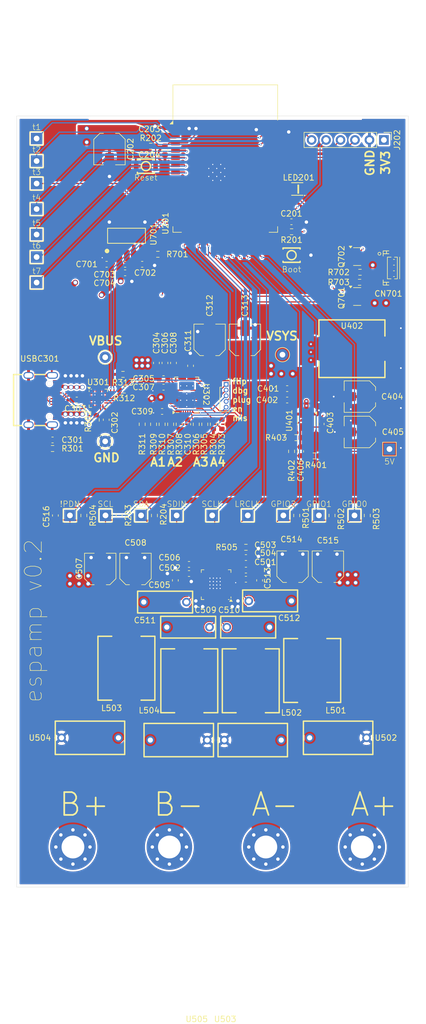
<source format=kicad_pcb>
(kicad_pcb (version 20240108) (generator "pcbnew") (generator_version "8.0")
  (layers (0 "F.Cu" signal) (1 "In1.Cu" power "Ground") (2 "In2.Cu" power "Power") (31 "B.Cu" signal) (34 "B.Paste" user) (35 "F.Paste" user) (36 "B.SilkS" user "B.Silkscreen") (37 "F.SilkS" user "F.Silkscreen") (38 "B.Mask" user) (39 "F.Mask" user) (44 "Edge.Cuts" user))
  (net 0 "")
  (net 1 "Net-(J202-Pin_5)")
  (net 2 "GND")
  (net 4 "/3v3/3v3")
  (net 5 "Net-(J202-Pin_6)")
  (net 10 "Net-(C406-Pad2)")
  (net 13 "Net-(LED201-DI)")
  (net 14 "/amp/I2S.LRCLK")
  (net 15 "Net-(U701-NR{slash}FB)")
  (net 18 "Net-(J202-Pin_4)")
  (net 19 "/esp32/USB.DP")
  (net 20 "/amp/I2S.SCLK")
  (net 22 "Net-(U201-IO1)")
  (net 24 "Net-(U301-C_CC2)")
  (net 25 "Net-(U301-C_CC1)")
  (net 26 "Net-(U301-CC1)")
  (net 28 "Net-(U301-C_SBU1)")
  (net 29 "Net-(U301-CC2)")
  (net 30 "Net-(U301-VBIAS)")
  (net 31 "Net-(U301-VPWR)")
  (net 32 "/esp32/USB.DN")
  (net 34 "/amp/PDN")
  (net 35 "Net-(U301-C_SBU2)")
  (net 36 "Net-(U302-DRAIN-Pad15)")
  (net 37 "Net-(U302-ADCIN4)")
  (net 38 "Net-(R313-Pad1)")
  (net 39 "Net-(U302-ADCIN3)")
  (net 40 "Net-(R311-Pad1)")
  (net 41 "Net-(U302-ADCIN1)")
  (net 42 "Net-(U302-ADCIN2)")
  (net 43 "Net-(U302-LDO_1V5)")
  (net 45 "Net-(R312-Pad1)")
  (net 46 "Net-(Q702-D)")
  (net 47 "Net-(Q701-D)")
  (net 49 "/buckconverter/SW")
  (net 50 "Net-(U401-BOOT)")
  (net 51 "Net-(U701-EN)")
  (net 52 "/buckconverter/FB")
  (net 53 "/amp/I2S.SDIN")
  (net 54 "/amp/BST_B+")
  (net 55 "Net-(U501-AVDD)")
  (net 57 "/amp/OUT_B+")
  (net 58 "/amp/OUT_A-")
  (net 59 "/amp/BST_A-")
  (net 60 "Net-(U501-VR_DIG)")
  (net 61 "/amp/BST_A+")
  (net 62 "/amp/A+")
  (net 63 "Net-(U501-GVDD)")
  (net 64 "/amp/A-")
  (net 65 "/amp/B+")
  (net 66 "/amp/B-")
  (net 67 "/amp/OUT_B-")
  (net 68 "/amp/BST_B-")
  (net 69 "/amp/OUT_A+")
  (net 70 "Net-(U501-ADR)")
  (net 71 "/amp/GPIO2")
  (net 72 "/amp/GPIO1")
  (net 75 "Net-(J301-Pin_4)")
  (net 76 "Net-(J301-Pin_5)")
  (net 77 "Net-(J301-Pin_2)")
  (net 78 "Net-(J301-Pin_3)")
  (net 79 "Net-(J301-Pin_1)")
  (net 80 "/usbcpd/fault")
  (net 82 "/usbcpd/VBUS")
  (net 83 "/usbcpd/shield")
  (net 84 "Net-(U201-IO2)")
  (net 85 "/amp/GPIO0")
  (net 86 "/amp/I2C.SCL")
  (net 87 "/amp/I2C.SDA")
  (net 89 "Net-(J202-Pin_3)")
  (net 92 "/5V")
  (net 93 "/20V")
  (net 95 "Net-(U201-IO3)")
  (net 96 "Net-(U201-IO4)")
  (net 97 "Net-(U201-IO5)")
  (net 98 "Net-(U201-IO6)")
  (net 99 "Net-(U201-IO7)")
  (footprint "easyeda2kicad:LabeledTestPoint" (layer "F.Cu") (at 73.804565 114.228476)
    (property "Reference" "TP502" (hide yes))
    (property "Value" "LabeledTestPoint")
  )
  (footprint "easyeda2kicad:LabeledTestPoint" (layer "F.Cu") (at 24.2 60.512499)
    (property "Reference" "TP204" (hide yes))
    (property "Value" "LabeledTestPoint")
  )
  (footprint "Capacitor_SMD:C_0603_1608Metric" (layer "F.Cu") (at 48.25 87.5 90)
    (property "Reference" "C308")
    (property "Value" "10nF")
  )
  (footprint "Resistor_SMD:R_0603_1608Metric" (layer "F.Cu") (at 81.025 71.6)
    (property "Reference" "R702")
    (property "Value" "10k")
  )
  (footprint "easyeda2kicad:LabeledTestPoint" (layer "F.Cu") (at 67.554565 114.228476)
    (property "Reference" "TP501" (hide yes))
    (property "Value" "LabeledTestPoint")
  )
  (footprint "Resistor_SMD:R_0603_1608Metric" (layer "F.Cu") (at 39.575 92.25 180)
    (property "Reference" "R312")
    (property "Value" "10k")
  )
  (footprint "Package_DFN_QFN:VQFN-32-1EP_5x5mm_P0.5mm_EP3.1x3.1mm" (layer "F.Cu") (at 55.73934 126.36948 180)
    (property "Reference" "U501" (hide yes))
    (property "Value" "TAS5825MRHB")
  )
  (footprint "Capacitor_SMD:C_0603_1608Metric" (layer "F.Cu") (at 46.75 47 90)
    (property "Reference" "C203")
    (property "Value" "100nF")
  )
  (footprint "Capacitor_SMD:C_0603_1608Metric" (layer "F.Cu") (at 27.50184 114.24448 -90)
    (property "Reference" "C516")
    (property "Value" "1uF")
  )
  (footprint "Resistor_SMD:R_0603_1608Metric" (layer "F.Cu") (at 69 64.5 180)
    (property "Reference" "R201")
    (property "Value" "10k")
  )
  (footprint "Capacitor_SMD:C_Elec_5x5.8" (layer "F.Cu") (at 60.8 83.45 90)
    (property "Reference" "C313")
    (property "Value" "22uF")
  )
  (footprint "Resistor_SMD:R_0603_1608Metric" (layer "F.Cu") (at 46.25 98.25 -90)
    (property "Reference" "R310")
    (property "Value" "2.2k")
  )
  (footprint "Capacitor_SMD:C_0603_1608Metric" (layer "F.Cu") (at 42.75 70.2)
    (property "Reference" "C702")
    (property "Value" "10nF")
  )
  (footprint "Capacitor_SMD:C_0603_1608Metric" (layer "F.Cu") (at 50.97684 124.41948 180)
    (property "Reference" "C502")
    (property "Value" "1uF")
  )
  (footprint "Resistor_SMD:R_0603_1608Metric" (layer "F.Cu") (at 69.8 100.6 180)
    (property "Reference" "R403")
    (property "Value" "13.3k")
  )
  (footprint "Capacitor_SMD:C_0603_1608Metric" (layer "F.Cu") (at 60.97684 125.41948)
    (property "Reference" "C501")
    (property "Value" "4.7uF")
  )
  (footprint "Resistor_SMD:R_0603_1608Metric" (layer "F.Cu") (at 34.68 97.4825 90)
    (property "Reference" "R302")
    (property "Value" "10k")
  )
  (footprint "easyeda2kicad:LabeledTestPoint" (layer "F.Cu") (at 30.054565 114.228476)
    (property "Reference" "TP509" (hide yes))
    (property "Value" "LabeledTestPoint")
  )
  (footprint "easyeda2kicad:SOT-223-6_L6.5-W3.5-P1.27-LS7.0-BR" (layer "F.Cu") (at 40 65.2 -90)
    (property "Reference" "U701")
    (property "Value" "TPS73733DCQ_C5220270")
  )
  (footprint "easyeda2kicad:LabeledTestPoint" (layer "F.Cu") (at 61.304565 114.228476)
    (property "Reference" "TP504" (hide yes))
    (property "Value" "LabeledTestPoint")
  )
  (footprint "easyeda2kicad:LabeledTestPoint" (layer "F.Cu") (at 24.2 56.041666)
    (property "Reference" "TP203" (hide yes))
    (property "Value" "LabeledTestPoint")
  )
  (footprint "Resistor_SMD:R_0603_1608Metric" (layer "F.Cu") (at 27 102.5)
    (property "Reference" "R301")
    (property "Value" "1M")
  )
  (footprint "Capacitor_SMD:C_0603_1608Metric" (layer "F.Cu") (at 51.25 88 90)
    (property "Reference" "C311")
    (property "Value" "10uF")
  )
  (footprint "Capacitor_SMD:C_0603_1608Metric" (layer "F.Cu") (at 39.75 71.7)
    (property "Reference" "C704")
    (property "Value" "1uF")
  )
  (footprint "easyeda2kicad:KEY-SMD_B3U-1000PM" (layer "F.Cu") (at 43.4 53)
    (property "Reference" "SW202")
    (property "Value" "KEY-SMD_B3U-1000PM")
  )
  (footprint "Resistor_SMD:R_0603_1608Metric" (layer "F.Cu") (at 55.25 98.25 -90)
    (property "Reference" "R304")
    (property "Value" "37.4")
  )
  (footprint "easyeda2kicad:LabeledTestPoint" (layer "F.Cu") (at 42.554565 114.228476)
    (property "Reference" "TP507" (hide yes))
    (property "Value" "LabeledTestPoint")
  )
  (footprint "Resistor_SMD:R_0603_1608Metric" (layer "F.Cu") (at 80.95 73.35)
    (property "Reference" "R703")
    (property "Value" "10k")
  )
  (footprint "Capacitor_SMD:C_0603_1608Metric" (layer "F.Cu") (at 27 101)
    (property "Reference" "C301")
    (property "Value" "100nF")
  )
  (footprint "easyeda2kicad:LabeledTestPoint" (layer "F.Cu") (at 55.054565 114.228476)
    (property "Reference" "TP505" (hide yes))
    (property "Value" "LabeledTestPoint")
  )
  (footprint "Capacitor_SMD:C_0603_1608Metric" (layer "F.Cu") (at 60.97684 121.61948)
    (property "Reference" "C503")
    (property "Value" "1uF")
  )
  (footprint "Capacitor_SMD:C_Elec_5x5.8" (layer "F.Cu") (at 37 50 -90)
    (property "Reference" "C202")
    (property "Value" "22uF")
  )
  (footprint "Package_TO_SOT_SMD:SOT-23" (layer "F.Cu") (at 80.525 75.85)
    (property "Reference" "Q701")
    (property "Value" "BSS138")
  )
  (footprint "Capacitor_SMD:C_0603_1608Metric" (layer "F.Cu") (at 46.5 91.75 180)
    (property "Reference" "C307")
    (property "Value" "330pF")
  )
  (footprint "Resistor_SMD:R_0603_1608Metric" (layer "F.Cu") (at 76.10184 114.24448 -90)
    (property "Reference" "R502")
    (property "Value" "10k")
  )
  (footprint "Capacitor_SMD:C_Elec_5x5.8" (layer "F.Cu") (at 35.37684 123.61948 90)
    (property "Reference" "C507")
    (property "Value" "22uF")
  )
  (footprint "Capacitor_SMD:C_Elec_5x5.8" (layer "F.Cu") (at 69.17684 123.21948 90)
    (property "Reference" "C514")
    (property "Value" "22uF")
  )
  (footprint "Resistor_SMD:R_0603_1608Metric" (layer "F.Cu") (at 53.75 98.25 90)
    (property "Reference" "R305")
    (property "Value" "191k")
  )
  (footprint "easyeda2kicad:CAP-TH_L12.0-W5.8-P10.00-D0.6" (layer "F.Cu") (at 49.17684 153.61948 180)
    (property "Reference" "U505")
    (property "Value" "MPP684J2S1001")
  )
  (footprint "Package_DFN_QFN:Texas_REF0038A_WQFN-38-2EP_6x4mm_P0.4" (layer "F.Cu") (at 50.575 93.075 90)
    (property "Reference" "U302")
    (property "Value" "TPS25730D")
  )
  (footprint "Resistor_SMD:R_0603_1608Metric" (layer "F.Cu") (at 47.75 98.25 90)
    (property "Reference" "R307")
    (property "Value" "9.31k")
  )
  (footprint "Connector_PinSocket_1.00mm:PinSocket_1x05_P1.00mm_Vertical" (layer "F.Cu") (at 57.5 91.25)
    (property "Reference" "J301" (hide yes))
    (property "Value" "Conn_01x05_Pin")
  )
  (footprint "easyeda2kicad:LabeledTestPoint" (layer "F.Cu") (at 24.2 52.095833)
    (property "Reference" "TP202" (hide yes))
    (property "Value" "LabeledTestPoint")
  )
  (footprint "Connector_Pin:Pin_D1.0mm_L10.0mm" (layer "F.Cu") (at 67.4 86.05)
    (property "Reference" "TP303" (hide yes))
    (property "Value" "VSYS")
  )
  (footprint "Package_DFN_QFN:WQFN-20-1EP_3x3mm_P0.4mm_EP1.7x1.7mm_ThermalVias" (layer "F.Cu") (at 35.0375 93.7)
    (property "Reference" "U301")
    (property "Value" "TPD6S300A")
  )
  (footprint "easyeda2kicad:IND-SMD_L11.6-W10.1" (layer "F.Cu") (at 79.6 85)
    (property "Reference" "U402")
    (property "Value" "CYA1040-15UH")
  )
  (footprint "Resistor_SMD:R_0603_1608Metric" (layer "F.Cu") (at 44.75 98.25 90)
    (property "Reference" "R309")
    (property "Value" "196k")
  )
  (footprint "easyeda2kicad:LED-SMD_4P-L2.0-W2.0-TL_WS2812B-2020" (layer "F.Cu") (at 70 57 180)
    (property "Reference" "LED201")
    (property "Value" "WS2812B-2020")
  )
  (footprint "Capacitor_SMD:C_0603_1608Metric" (layer "F.Cu") (at 46.75 50.25 -90)
    (property "Reference" "C204")
    (property "Value" "10uf")
  )
  (footprint "easyeda2kicad:IND-SMD_L11.0-W10.2" (layer "F.Cu") (at 61.82684 143.21948 -90)
    (property "Reference" "L502")
    (property "Value" "SL1040-100M")
  )
  (footprint "Capacitor_SMD:C_0603_1608Metric" (layer "F.Cu") (at 36.5 70.2 180)
    (property "Reference" "C701")
    (property "Value" "1uF")
  )
  (footprint "Resistor_SMD:R_0603_1608Metric" (layer "F.Cu") (at 82.30184 114.24448 -90)
    (property "Reference" "R503")
    (property "Value" "10k")
  )
  (footprint "easyeda2kicad:CAP-TH_L9.5-W3.7-P7.50-D0.5" (layer "F.Cu") (at 65.22684 129.21948)
    (property "Reference" "C512")
    (property "Value" "MPP474J2A0701")
  )
  (footprint "Capacitor_SMD:C_Elec_5x5.8" (layer "F.Cu") (at 81 99.6 180)
    (property "Reference" "C405")
    (property "Value" "22uF")
  )
  (footprint "Resistor_SMD:R_0603_1608Metric" (layer "F.Cu") (at 49.25 98.25 -90)
    (property "Reference" "R308")
    (property "Value" "191k")
  )
  (footprint "Capacitor_SMD:C_0603_1608Metric" (layer "F.Cu") (at 68.225 92 180)
    (property "Reference" "C401")
    (property "Value" "10uF")
  )
  (footprint "MountingHole:MountingHole_4mm_Pad_Via" (layer "F.Cu") (at 64.475612 172.3658 180)
    (property "Reference" "H502" (hide yes))
    (property "Value" "MountingHole_Pad")
  )
  (footprint "Resistor_SMD:R_0603_1608Metric" (layer "F.Cu") (at 60.97684 119.81948)
    (property "Reference" "R505")
    (property "Value" "0")
  )
  (footprint "Resistor_SMD:R_0603_1608Metric" (layer "F.Cu") (at 45.5 68.45 180)
    (property "Reference" "R701")
    (property "Value" "10k")
  )
  (footprint "Resistor_SMD:R_0603_1608Metric" (layer "F.Cu") (at 73 103.8 180)
    (property "Reference" "R401")
    (property "Value" "49.9")
  )
  (footprint "Resistor_SMD:R_0603_1608Metric" (layer "F.Cu") (at 69.90184 114.24448 -90)
    (property "Reference" "R501")
    (property "Value" "10k")
  )
  (footprint "Connector_PinHeader_2.54mm:PinHeader_1x06_P2.54mm_Vertical" (layer "F.Cu") (at 85.22 48.4 -90)
    (property "Reference" "J202")
    (property "Value" "Conn_01x06")
  )
  (footprint "easyeda2kicad:CAP-TH_L12.0-W5.8-P10.00-D0.6" (layer "F.Cu") (at 77.17684 153.21948 180)
    (property "Reference" "U502")
    (property "Value" "MPP684J2S1001")
  )
  (footprint "easyeda2kicad:IND-SMD_L11.0-W10.2" (layer "F.Cu") (at 39.97684 141.01948 -90)
    (property "Reference" "L503")
    (property "Value" "SL1040-100M")
  )
  (footprint "MountingHole:MountingHole_4mm_Pad_Via" (layer "F.Cu") (at 47.528066 172.3658 180)
    (property "Reference" "H504" (hide yes))
    (property "Value" "MountingHole_Pad")
  )
  (footprint "Capacitor_SMD:C_Elec_5x5.8" (layer "F.Cu") (at 75.37684 123.21948 90)
    (property "Reference" "C515")
    (property "Value" "22uF")
  )
  (footprint "Resistor_SMD:R_0603_1608Metric" (layer "F.Cu") (at 44.90184 114.24448 -90)
    (property "Reference" "R204")
    (property "Value" "10k")
  )
  (footprint "Resistor_SMD:R_0603_1608Metric" (layer "F.Cu") (at 56.75 98.25 90)
    (property "Reference" "R303")
    (property "Value" "162k")
  )
  (footprint "easyeda2kicad:IND-SMD_L11.0-W10.2" (layer "F.Cu") (at 51.02684 143.21948 -90)
    (property "Reference" "L504")
    (property "Value" "SL1040-100M")
  )
  (footprint "easyeda2kicad:CAP-TH_L9.5-W3.7-P7.50-D0.5" (layer "F.Cu") (at 61.37684 133.81948)
    (property "Reference" "C510")
    (property "Value" "MPP474J2A0701")
  )
  (footprint "Capacitor_SMD:C_0603_1608Metric" (layer "F.Cu") (at 39.75 70.2)
    (property "Reference" "C703")
    (property "Value" "1uF")
  )
  (footprint "Capacitor_SMD:C_Elec_5x5.8" (layer "F.Cu") (at 41.57684 123.61948 90)
    (property "Reference" "C508")
    (property "Value" "22uF")
  )
  (footprint "easyeda2kicad:LabeledTestPoint" (layer "F.Cu") (at 24.2 48.15)
    (property "Reference" "TP201" (hide yes))
    (property "Value" "LabeledTestPoint")
  )
  (footprint "easyeda2kicad:LabeledTestPoint" (layer "F.Cu") (at 36.304565 114.228476)
    (property "Reference" "TP508" (hide yes))
    (property "Value" "LabeledTestPoint")
  )
  (footprint "MountingHole:MountingHole_4mm_Pad_Via" (layer "F.Cu") (at 81.42316 172.3658 180)
    (property "Reference" "H501" (hide yes))
    (property "Value" "MountingHole_Pad")
  )
  (footprint "Resistor_SMD:R_0603_1608Metric" (layer "F.Cu") (at 38.70184 114.21948 -90)
    (property "Reference" "R203")
    (property "Value" "10k")
  )
  (footprint "Capacitor_SMD:C_0603_1608Metric" (layer "F.Cu") (at 46.5 90.25 180)
    (property "Reference" "C305")
    (property "Value" "330pF")
  )
  (footprint "easyeda2kicad:USB-C_SMD-TYPE-C-31-M-12" (layer "F.Cu") (at 25.25 94 -90)
    (property "Reference" "USBC301")
    (property "Value" "TYPE-C-31-M-12")
  )
  (footprint "Capacitor_SMD:C_0603_1608Metric" (layer "F.Cu") (at 46.25 96 180)
    (property "Reference" "C309")
    (property "Value" "10uF")
  )
  (footprint "easyeda2kicad:CAP-TH_L12.0-W5.8-P10.00-D0.6" (layer "F.Cu") (at 33.57684 153.21948)
    (property "Reference" "U504")
    (property "Value" "MPP684J2S1001")
  )
  (footprint "Capacitor_SMD:C_0603_1608Metric" (layer "F.Cu") (at 50.75 98.25 -90)
    (property "Reference" "C310")
    (property "Value" "4.7uF")
  )
  (footprint "easyeda2kicad:IND-SMD_L11.0-W10.2" (layer "F.Cu") (at 72.62684 141.41948 -90)
    (property "Reference" "L501")
    (property "Value" "SL1040-100M")
  )
  (footprint "Capacitor_SMD:C_0603_1608Metric" (layer "F.Cu") (at 31.25 94 180)
    (property "Reference" "C303")
    (property "Value" "100nF")
  )
  (footprint "Capacitor_SMD:C_0603_1608Metric" (layer "F.Cu") (at 68.225 94 180)
    (property "Reference" "C402")
    (property "Value" "100nF")
  )
  (footprint "Capacitor_SMD:C_0603_1608Metric" (layer "F.Cu") (at 45.25 87.5 90)
    (property "Reference" "C304")
    (property "Value" "4.7uF")
  )
  (footprint "Connector_Pin:Pin_D1.0mm_L10.0mm" (layer "F.Cu") (at 36.25 86.5)
    (property "Reference" "TP301" (hide yes))
    (property "Value" "VBUS")
  )
  (footprint "Capacitor_SMD:C_0603_1608Metric" (layer "F.Cu") (at 68.975 62.75)
    (property "Reference" "C201")
    (property "Value" "1uf")
  )
  (footprint "RF_Module:ESP32-S3-WROOM-1" (layer "F.Cu") (at 57.35 51.64)
    (property "Reference" "U201")
    (property "Value" "ESP32-S3-WROOM-1")
  )
  (footprint "easyeda2kicad:CAP-TH_L9.5-W3.7-P7.50-D0.5" (layer "F.Cu") (at 46.77684 129.41948 180)
    (property "Reference" "C511")
    (property "Value" "MPP474J2A0701")
  )
  (footprint "Capacitor_SMD:C_Elec_5x5.8" (layer "F.Cu") (at 54.6 83.45 90)
    (property "Reference" "C312")
    (property "Value" "22uF")
  )
  (footprint "Capacitor_SMD:C_0603_1608Metric" (layer "F.Cu") (at 46.75 87.5 90)
    (property "Reference" "C306")
    (property "Value" "100nF")
  )
  (footprint "Resistor_SMD:R_0603_1608Metric" (layer "F.Cu") (at 69 103 90)
    (property "Reference" "R402")
    (property "Value" "100k")
  )
  (footprint "easyeda2kicad:LabeledTestPoint" (layer "F.Cu") (at 24.2 73.4)
    (property "Reference" "TP207" (hide yes))
    (property "Value" "LabeledTestPoint")
  )
  (footprint "easyeda2kicad:LabeledTestPoint" (layer "F.Cu") (at 24.2 64.983332)
    (property "Reference" "TP205" (hide yes))
    (property "Value" "LabeledTestPoint")
  )
  (footprint "Package_TO_SOT_SMD:SOT-23" (layer "F.Cu") (at 80.525 68.85)
    (property "Reference" "Q702")
    (property "Value" "BSS138")
  )
  (footprint "Capacitor_SMD:C_0603_1608Metric" (layer "F.Cu") (at 60.97684 123.81948)
    (property "Reference" "C504")
    (property "Value" "100nF")
  )
  (footprint "MountingHole:MountingHole_4mm_Pad_Via" (layer "F.Cu") (at 30.58052 172.3658 180)
    (property "Reference" "H503" (hide yes))
    (property "Value" "MountingHole_Pad")
  )
  (footprint "Package_TO_SOT_SMD:SOT-23-6" (layer "F.Cu") (at 71.6 97.6 -90)
    (property "Reference" "U401")
    (property "Value" "TPS54202DDC")
  )
  (footprint "Resistor_SMD:R_0603_1608Metric" (layer "F.Cu") (at 39.375 89.5 180)
    (property "Reference" "R313")
    (property "Value" "10k")
  )
  (footprint "easyeda2kicad:CONN-SMD_BM04B-SRSS-TB" (layer "F.Cu") (at 86.025 70.85 -90)
    (property "Reference" "CN701")
    (property "Value" "BM04B-SRSS-TB(LF)(SN)")
  )
  (footprint "Connector_Pin:Pin_D1.0mm_L10.0mm" (layer "F.Cu") (at 36.25 101.25)
    (property "Reference" "TP302" (hide yes))
    (property "Value" "GND")
  )
  (footprint "Capacitor_SMD:C_0603_1608Metric" (layer "F.Cu") (at 70.6 103 -90)
    (property "Reference" "C406")
    (property "Value" "75pF")
  )
  (footprint "easyeda2kicad:LabeledTestPoint" (layer "F.Cu") (at 24.2 68.929165)
    (property "Reference" "TP206" (hide yes))
    (property "Value" "LabeledTestPoint")
  )
  (footprint "Capacitor_SMD:C_Elec_5x5.8" (layer "F.Cu") (at 81 93.4 180)
    (property "Reference" "C404")
    (property "Value" "22uF")
  )
  (footprint "Resistor_SMD:R_0603_1608Metric" (layer "F.Cu") (at 32.50184 114.24448 -90)
    (property "Reference" "R504")
    (property "Value" "10k")
  )
  (footprint "Resistor_SMD:R_0603_1608Metric" (layer "F.Cu") (at 42.75 98.25 -90)
    (property "Reference" "R311")
    (property "Value" "10k")
  )
  (footprint "Capacitor_SMD:C_0603_1608Metric" (layer "F.Cu") (at 63.37684 125.61948 90)
    (property "Reference" "C513")
    (property "Value" "100nF")
  )
  (footprint "easyeda2kicad:LabeledTestPoint" (layer "F.Cu") (at 86.2 102.6)
    (property "Reference" "TP401" (hide yes))
    (property "Value" "LabeledTestPoint")
  )
  (footprint "Capacitor_SMD:C_0603_1608Metric" (layer "F.Cu") (at 48.57684 125.61948 90)
    (property "Reference" "C505")
    (property "Value" "100nF")
  )
  (footprint "Capacitor_SMD:C_0603_1608Metric" (layer "F.Cu") (at 36.43 97.4575 -90)
    (property "Reference" "C302")
    (property "Value" "1uF")
  )
  (footprint "Capacitor_SMD:C_0603_1608Metric" (layer "F.Cu") (at 50.97684 122.81948 180)
    (property "Reference" "C506")
    (property "Value" "1uF")
  )
  (footprint "easyeda2kicad:LabeledTestPoint" (layer "F.Cu") (at 48.804565 114.228476)
    (property "Reference" "TP506" (hide yes))
    (property "Value" "LabeledTestPoint")
  )
  (footprint "Resistor_SMD:R_0603_1608Metric" (layer "F.Cu") (at 44.25 49.5)
    (property "Reference" "R202")
    (property "Value" "10k")
  )
  (footprint "easyeda2kicad:KEY-SMD_B3U-1000PM" (layer "F.Cu") (at 69 68.6 180)
    (property "Reference" "SW201")
    (property "Value" "KEY-SMD_B3U-1000PM")
  )
  (footprint "Capacitor_SMD:C_0603_1608Metric" (layer "F.Cu") (at 74.2 98.2 90)
    (property "Reference" "C403")
    (property "Value" "100nf")
  )
  (footprint "Resistor_SMD:R_0603_1608Metric" (layer "F.Cu") (at 52.25 98.255 -90)
    (property "Reference" "R306")
    (property "Value" "9.31k")
  )
  (footprint "easyeda2kicad:LabeledTestPoint" (layer "F.Cu") (at 80.054565 114.228476)
    (property "Reference" "TP503" (hide yes))
    (property "Value" "LabeledTestPoint")
  )
  (footprint "easyeda2kicad:CAP-TH_L12.0-W5.8-P10.00-D0.6" (layer "F.Cu") (at 62.17684 153.61948)
    (property "Reference" "U503")
    (property "Value" "MPP684J2S1001")
  )
  (footprint "easyeda2kicad:CAP-TH_L9.5-W3.7-P7.50-D0.5" (layer "F.Cu") (at 50.82684 133.81948 180)
    (property "Reference" "C509")
    (property "Value" "MPP474J2A0701")
  )
  (gr_rect (start 20.7 44.2) (end 89.5 179.4) (stroke (width 0.05)) (fill none) (layer "Edge.Cuts"))
  (gr_text "GND" (at 34 105 0) (layer "F.SilkS") (effects (font (size 1.5 1.5) (thickness 0.3) (bold yes)) (justify left bottom)))
  (gr_text "A+" (at 79.10184 167.24448 0) (layer "F.SilkS") (effects (font (size 4 4) (thickness 0.3)) (justify left bottom)))
  (gr_text "3V3" (at 86.39 54.65 90) (layer "F.SilkS") (effects (font (size 1.5 1.5) (thickness 0.3) (bold yes)) (justify left bottom)))
  (gr_text "A1" (at 44 105.75 0) (layer "F.SilkS") (effects (font (size 1.5 1.5) (thickness 0.3) (bold yes)) (justify left bottom)))
  (gr_text "VSYS\n" (at 64.4 83.65 0) (layer "F.SilkS") (effects (font (size 1.5 1.5) (thickness 0.3) (bold yes)) (justify left bottom)))
  (gr_text "A2" (at 47 105.75 0) (layer "F.SilkS") (effects (font (size 1.5 1.5) (thickness 0.3) (bold yes)) (justify left bottom)))
  (gr_text "espamp v0.2" (at 25.4 147.2 90) (layer "F.SilkS") (effects (font (size 3 3) (thickness 0.1)) (justify left bottom)))
  (gr_text "B-" (at 44.50184 167.24448 0) (layer "F.SilkS") (effects (font (size 4 4) (thickness 0.3)) (justify left bottom)))
  (gr_text "flip\ndbg\nplug\nen\nmis" (at 58.5 97.75 0) (layer "F.SilkS") (effects (font (size 1 1) (thickness 0.2) (bold yes)) (justify left bottom)))
  (gr_text "B+\n" (at 27.90184 167.24448 0) (layer "F.SilkS") (effects (font (size 4 4) (thickness 0.3)) (justify left bottom)))
  (gr_text "A-" (at 61.70184 167.24448 0) (layer "F.SilkS") (effects (font (size 4 4) (thickness 0.3)) (justify left bottom)))
  (gr_text "VBUS" (at 33.25 84.5 0) (layer "F.SilkS") (effects (font (size 1.5 1.5) (thickness 0.3) (bold yes)) (justify left bottom)))
  (gr_text "A4" (at 54.5 105.75 0) (layer "F.SilkS") (effects (font (size 1.5 1.5) (thickness 0.3) (bold yes)) (justify left bottom)))
  (gr_text "GND\n" (at 83.64 54.9 90) (layer "F.SilkS") (effects (font (size 1.5 1.5) (thickness 0.3) (bold yes)) (justify left bottom)))
  (gr_text "A3" (at 51.5 105.75 0) (layer "F.SilkS") (effects (font (size 1.5 1.5) (thickness 0.3) (bold yes)) (justify left bottom)))
  (segment (start 67.3 65.375) (end 68.175 64.5) (width 0.2) (layer "F.Cu") (net 1))
  (segment (start 68.2 62.75) (end 68.2 64.475) (width 0.2) (layer "F.Cu") (net 1))
  (segment (start 68.2 62.75) (end 66.24 62.75) (width 0.2) (layer "F.Cu") (net 1))
  (segment (start 67.3 68.6) (end 67.3 65.375) (width 0.2) (layer "F.Cu") (net 1))
  (segment (start 68.2 62) (end 70 60.2) (width 0.2) (layer "F.Cu") (net 1))
  (segment (start 68.2 62.75) (end 68.2 62) (width 0.2) (layer "F.Cu") (net 1))
  (via (at 70 60.2) (size 0.35) (drill 0.2) (layers "F.Cu" "B.Cu") (net 1))
  (segment (start 74 56.2) (end 74 49.46) (width 0.2) (layer "B.Cu") (net 1))
  (segment (start 74 49.46) (end 75.06 48.4) (width 0.2) (layer "B.Cu") (net 1))
  (segment (start 70 60.2) (end 74 56.2) (width 0.2) (layer "B.Cu") (net 1))
  (segment (start 52.5 92.675) (end 51.94 92.675) (width 0.2) (layer "F.Cu") (net 2))
  (segment (start 52.5 93.875) (end 53.375 93.875) (width 0.2) (layer "F.Cu") (net 2))
  (segment (start 40.052 68.102) (end 40.052 69.727) (width 1) (layer "F.Cu") (net 2))
  (segment (start 35.0375 91.0375) (end 35.4375 91.4375) (width 0.2) (layer "F.Cu") (net 2))
  (segment (start 35.8375 92.2375) (end 35.8375 92.9) (width 0.2) (layer "F.Cu") (net 2))
  (segment (start 27.72 90.95) (end 28.8 90.95) (width 0.3) (layer "F.Cu") (net 2))
  (segment (start 53.375 93.875) (end 53.75 93.5) (width 0.2) (layer "F.Cu") (net 2))
  (segment (start 35.8375 92.2375) (end 35.8375 91.0875) (width 0.2) (layer "F.Cu") (net 2))
  (segment (start 70.835684 97.352) (end 72.322999 97.352) (width 0.2) (layer "F.Cu") (net 2))
  (segment (start 40.525 72.795) (end 40.93 73.2) (width 1) (layer "F.Cu") (net 2))
  (segment (start 35.0375 95.1625) (end 35.0375 93.7) (width 0.2) (layer "F.Cu") (net 2))
  (segment (start 53.025 92) (end 53.75 92) (width 0.2) (layer "F.Cu") (net 2))
  (segment (start 35.0375 92.2375) (end 35.0375 91.0375) (width 0.2) (layer "F.Cu") (net 2))
  (segment (start 35.8375 92.9) (end 35.0375 93.7) (width 0.2) (layer "F.Cu") (net 2))
  (segment (start 28.8 97.05) (end 29.25 97.5) (width 0.2) (layer "F.Cu") (net 2))
  (segment (start 45.725 91.75) (end 45.25 91.75) (width 0.2) (layer "F.Cu") (net 2))
  (segment (start 40.525 70.2) (end 40.525 71.7) (width 1) (layer "F.Cu") (net 2))
  (segment (start 64.35184 124.84448) (end 64.97684 124.21948) (width 1) (layer "F.Cu") (net 2))
  (segment (start 68.975 100.6) (end 68.975 99.212684) (width 0.2) (layer "F.Cu") (net 2))
  (segment (start 53.725 93.475) (end 53.75 93.5) (width 0.2) (layer "F.Cu") (net 2))
  (segment (start 35.0375 92.2375) (end 35.0375 93.7) (width 0.2) (layer "F.Cu") (net 2))
  (segment (start 51.815 93.875) (end 51.65 94.04) (width 0.2) (layer "F.Cu") (net 2))
  (segment (start 36.5 93.7) (end 38.3 93.7) (width 0.2) (layer "F.Cu") (net 2))
  (segment (start 29.1 90.65) (end 29.125 90.625) (width 0.2) (layer "F.Cu") (net 2))
  (segment (start 35.8375 91.0875) (end 35.75 91) (width 0.2) (layer "F.Cu") (net 2))
  (segment (start 72.322999 97.352) (end 72.55 97.124999) (width 0.2) (layer "F.Cu") (net 2))
  (segment (start 28.8 90.95) (end 29.25 90.5) (width 0.2) (layer "F.Cu") (net 2))
  (segment (start 40.052 69.727) (end 40.525 70.2) (width 1) (layer "F.Cu") (net 2))
  (segment (start 36.5 93.7) (end 35.0375 93.7) (width 0.2) (layer "F.Cu") (net 2))
  (segment (start 52.5 91.475) (end 53.025 92) (width 0.2) (layer "F.Cu") (net 2))
  (segment (start 48.65 92.675) (end 49.21 92.675) (width 0.2) (layer "F.Cu") (net 2))
  (segment (start 49.21 92.675) (end 50.575 94.04) (width 0.2) (layer "F.Cu") (net 2))
  (segment (start 38.3 93.7) (end 38.5 93.5) (width 0.2) (layer "F.Cu") (net 2))
  (segment (start 72.55 97.124999) (end 72.55 96.4625) (width 0.2) (layer "F.Cu") (net 2))
  (segment (start 44.73 70.2) (end 44.93 70.4) (width 1) (layer "F.Cu") (net 2))
  (segment (start 29.125 90.625) (end 29.25 90.5) (width 0.2) (layer "F.Cu") (net 2))
  (segment (start 48.65 94.075) (end 49.465 94.075) (width 0.6) (layer "F.Cu") (net 2))
  (segment (start 59.07884 126.11948) (end 58.17684 126.11948) (width 0.2) (layer "F.Cu") (net 2))
  (segment (start 29.25 97.5) (end 29.25 98) (width 0.2) (layer "F.Cu") (net 2))
  (segment (start 52.5 93.875) (end 51.815 93.875) (width 0.2) (layer "F.Cu") (net 2))
  (segment (start 68.975 99.212684) (end 70.835684 97.352) (width 0.2) (layer "F.Cu") (net 2))
  (segment (start 53.075 92.675) (end 53.75 92) (width 0.2) (layer "F.Cu") (net 2))
  (segment (start 52.5 92.675) (end 53.075 92.675) (width 0.2) (layer "F.Cu") (net 2))
  (segment (start 59.17684 126.02148) (end 59.07884 126.11948) (width 0.2) (layer "F.Cu") (net 2))
  (segment (start 45.25 91.75) (end 44.625 92.375) (width 0.2) (layer "F.Cu") (net 2))
  (segment (start 52.5 93.475) (end 53.725 93.475) (width 0.2) (layer "F.Cu") (net 2))
  (segment (start 40 68.05) (end 40.052 68.102) (width 1) (layer "F.Cu") (net 2))
  (segment (start 35.4375 91.4375) (end 35.4375 92.2375) (width 0.2) (layer "F.Cu") (net 2))
  (segment (start 52.5 93.475) (end 51.14 93.475) (width 0.2) (layer "F.Cu") (net 2))
  (segment (start 45.25 95.75) (end 44.75 96.25) (width 0.2) (layer "F.Cu") (net 2))
  (segment (start 35.4375 92.2375) (end 35.4375 93.3) (width 0.2) (layer "F.Cu") (net 2))
  (segment (start 63.37684 124.84448) (end 64.35184 124.84448) (width 1) (layer "F.Cu") (net 2))
  (segment (start 61.02484 126.14648) (end 61.75184 125.41948) (width 0.2) (layer "F.Cu") (net 2))
  (segment (start 59.30184 126.14648) (end 61.02484 126.14648) (width 0.2) (layer "F.Cu") (net 2))
  (segment (start 51.94 92.675) (end 50.575 94.04) (width 0.2) (layer "F.Cu") (net 2))
  (segment (start 43.525 70.2) (end 44.73 70.2) (width 1) (layer "F.Cu") (net 2))
  (segment (start 40.525 71.7) (end 40.525 72.795) (width 1) (layer "F.Cu") (net 2))
  (segment (start 29.1 90.65) (end 29.25 90.5) (width 0.2) (layer "F.Cu") (net 2))
  (segment (start 27.72 97.05) (end 28.8 97.05) (width 0.3) (layer "F.Cu") (net 2))
  (segment (start 59.17684 126.02148) (end 59.30184 126.14648) (width 0.2) (layer "F.Cu") (net 2))
  (via (at 88.2 88.4) (size 0.5) (drill 0.3) (layers "F.Cu" "B.Cu") (net 2))
  (via (at 55.254565 126.428476) (size 0.35) (drill 0.2) (layers "F.Cu" "B.Cu") (net 2))
  (via (at 51.2 85.8) (size 0.8) (drill 0.6) (layers "F.Cu" "B.Cu") (net 2))
  (via (at 55.254565 125.228476) (size 0.35) (drill 0.2) (layers "F.Cu" "B.Cu") (net 2))
  (via (at 54.25 93.75) (size 0.35) (drill 0.2) (layers "F.Cu" "B.Cu") (net 2))
  (via (at 53.75 91.5) (size 0.35) (drill 0.2) (layers "F.Cu" "B.Cu") (net 2))
  (via (at 70.97684 121.01948) (size 0.8) (drill 0.6) (layers "F.Cu" "B.Cu") (net 2))
  (via (at 43.23 62.8) (size 0.8) (drill 0.6) (layers "F.Cu" "B.Cu") (net 2))
  (via (at 51 46.4) (size 0.8) (drill 0.6) (layers "F.Cu" "B.Cu") (net 2))
  (via (at 55.854565 127.028476) (size 0.35) (drill 0.2) (layers "F.Cu" "B.Cu") (net 2))
  (via (at 33.77684 121.61948) (size 0.8) (drill 0.6) (layers "F.Cu" "B.Cu") (net 2))
  (via (at 56.454565 126.428476) (size 0.35) (drill 0.2) (layers "F.Cu" "B.Cu") (net 2))
  (via (at 31.25 89.75) (size 0.8) (drill 0.6) (layers "F.Cu" "B.Cu") (net 2))
  (via (at 37 54.8) (size 0.8) (drill 0.6) (layers "F.Cu" "B.Cu") (net 2))
  (via (at 88.2 81.4) (size 0.5) (drill 0.3) (layers "F.Cu" "B.Cu") (net 2))
  (via (at 54.654565 127.028476) (size 0.35) (drill 0.2) (layers "F.Cu" "B.Cu") (net 2))
  (via (at 45 46) (size 0.8) (drill 0.6) (layers "F.Cu" "B.Cu") (net 2))
  (via (at 59.17684 126.02148) (size 0.35) (drill 0.2) (layers "F.Cu" "B.Cu") (net 2))
  (via (at 44.75 96.25) (size 0.35) (drill 0.2) (layers "F.Cu" "B.Cu") (net 2))
  (via (at 67.37684 121.01948) (size 0.8) (drill 0.6) (layers "F.Cu" "B.Cu") (net 2))
  (via (at 54.654565 125.228476) (size 0.35) (drill 0.2) (layers "F.Cu" "B.Cu") (net 2))
  (via (at 55.854565 125.228476) (size 0.35) (drill 0.2) (layers "F.Cu" "B.Cu") (net 2))
  (via (at 39.97684 121.61948) (size 0.8) (drill 0.6) (layers "F.Cu" "B.Cu") (net 2))
  (via (at 72.4 68.6) (size 0.8) (drill 0.6) (layers "F.Cu" "B.Cu") (net 2))
  (via (at 59.57684 130.21948) (size 0.8) (drill 0.6) (layers "F.Cu" "B.Cu") (net 2))
  (via (at 67.6875 100.65) (size 0.35) (drill 0.2) (layers "F.Cu" "B.Cu") (net 2))
  (via (at 29.25 98) (size 0.8) (drill 0.6) (layers "F.Cu" "B.Cu") (net 2))
  (via (at 54.25 92) (size 0.35) (drill 0.2) (layers "F.Cu" "B.Cu") (net 2))
  (via (at 55.254565 127.028476) (size 0.35) (drill 0.2) (layers "F.Cu" "B.Cu") (net 2))
  (via (at 73.8 94.4) (size 0.5) (drill 0.3) (layers "F.Cu" "B.Cu") (net 2))
  (via (at 31.25 98) (size 0.8) (drill 0.6) (layers "F.Cu" "B.Cu") (net 2))
  (via (at 40.93 73.2) (size 0.8) (drill 0.6) (layers "F.Cu" "B.Cu") (net 2))
  (via (at 30.25 89.75) (size 0.8) (drill 0.6) (layers "F.Cu" "B.Cu") (net 2))
  (via (at 53.75 93.5) (size 0.35) (drill 0.2) (layers "F.Cu" "B.Cu") (net 2))
  (via (at 62.6 80.8) (size 0.8) (drill 0.6) (layers "F.Cu" "B.Cu") (net 2))
  (via (at 30.25 98) (size 0.8) (drill 0.6) (layers "F.Cu" "B.Cu") (net 2))
  (via (at 68.5 47) (size 0.8) (drill 0.6) (layers "F.Cu" "B.Cu") (net 2))
  (via (at 55.854565 126.428476) (size 0.35) (drill 0.2) (layers "F.Cu" "B.Cu") (net 2))
  (via (at 53.75 92) (size 0.35) (drill 0.2) (layers "F.Cu" "B.Cu") (net 2))
  (via (at 65.8 92) (size 0.35) (drill 0.2) (layers "F.Cu" "B.Cu") (net 2))
  (via (at 59.57684 129.21948) (size 0.8) (drill 0.6) (layers "F.Cu" "B.Cu") (net 2))
  (via (at 63.17684 120.01948) (size 0.8) (drill 0.6) (layers "F.Cu" "B.Cu") (net 2))
  (via (at 35.73 69.05) (size 0.35) (drill 0.2) (layers "F.Cu" "B.Cu") (net 2))
  (via (at 52.2 46.4) (size 0.8) (drill 0.6) (layers "F.Cu" "B.Cu") (net 2))
  (via (at 73.57684 121.01948) (size 0.8) (drill 0.6) (layers "F.Cu" "B.Cu") (net 2))
  (via (at 71.6 62.8) (size 0.8) (drill 0.6) (layers "F.Cu" "B.Cu") (net 2))
  (via (at 63.17684 121.41948) (size 0.8) (drill 0.6) (layers "F.Cu" "B.Cu") (net 2))
  (via (at 36.98 62.8) (size 0.8) (drill 0.6) (layers "F.Cu" "B.Cu") (net 2))
  (via (at 36.97684 121.61948) (size 0.8) (drill 0.6) (layers "F.Cu" "B.Cu") (net 2))
  (via (at 44.93 70.4) (size 0.8) (drill 0.6) (layers "F.Cu" "B.Cu") (net 2))
  (via (at 56.454565 125.228476) (size 0.35) (drill 0.2) (layers "F.Cu" "B.Cu") (net 2))
  (via (at 44.625 92.375) (size 0.35) (drill 0.2) (layers "F.Cu" "B.Cu") (net 2))
  (via (at 79.4 97.6) (size 0.5) (drill 0.3) (layers "F.Cu" "B.Cu") (net 2))
  (via (at 43 91) (size 0.35) (drill 0.2) (layers "F.Cu" "B.Cu") (net 2))
  (via (at 32.25 89.75) (size 0.8) (drill 0.6) (layers "F.Cu" "B.Cu") (net 2))
  (via (at 62.8 46.6) (size 0.8) (drill 0.6) (layers "F.Cu" "B.Cu") (net 2))
  (via (at 43.17684 121.61948) (size 0.8) (drill 0.6) (layers "F.Cu" "B.Cu") (net 2))
  (via (at 29.284257 94.034257) (size 0.35) (drill 0.2) (layers "F.Cu" "B.Cu") (net 2))
  (via (at 52.5 82) (size 0.8) (drill 0.6) (layers "F.Cu" "B.Cu") (net 2))
  (via (at 56.454565 125.828476) (size 0.35) (drill 0.2) (layers "F.Cu" "B.Cu") (net 2))
  (via (at 88.2 102.4) (size 0.5) (drill 0.3) (layers "F.Cu" "B.Cu") (net 2))
  (via (at 58.57684 130.21948) (size 0.8) (drill 0.6) (layers "F.Cu" "B.Cu") (net 2))
  (via (at 29.25 89.75) (size 0.8) (drill 0.6) (layers "F.Cu" "B.Cu") (net 2))
  (via (at 54.654565 125.828476) (size 0.35) (drill 0.2) (layers "F.Cu" "B.Cu") (net 2))
  (via (at 55.254565 125.828476) (size 0.35) (drill 0.2) (layers "F.Cu" "B.Cu") (net 2))
  (via (at 51.37684 125.81948) (size 0.8) (drill 0.6) (layers "F.Cu" "B.Cu") (net 2))
  (via (at 76.97684 121.01948) (size 0.8) (drill 0.6) (layers "F.Cu" "B.Cu") (net 2))
  (via (at 64.97684 123.01948) (size 0.8) (drill 0.6) (layers "F.Cu" "B.Cu") (net 2))
  (via (at 54.25 91.5) (size 0.35) (drill 0.2) (layers "F.Cu" "B.Cu") (net 2))
  (via (at 76.6 99.6) (size 0.5) (drill 0.3) (layers "F.Cu" "B.Cu") (net 2))
  (via (at 65.8 94) (size 0.35) (drill 0.2) (layers "F.Cu" "B.Cu") (net 2))
  (via (at 52.17684 130.21948) (size 0.8) (drill 0.6) (layers "F.Cu" "B.Cu") (net 2))
  (via (at 64.97684 124.21948) (size 0.8) (drill 0.6) (layers "F.Cu" "B.Cu") (net 2))
  (via (at 76.4 93.4) (size 0.5) (drill 0.3) (layers "F.Cu" "B.Cu") (net 2))
  (via (at 48.57684 123.41948) (size 0.8) (drill 0.6) (layers "F.Cu" "B.Cu") (net 2))
  (via (at 70.25 55) (size 0.35) (drill 0.2) (layers "F.Cu" "B.Cu") (net 2))
  (via (at 55.854565 125.828476) (size 0.35) (drill 0.2) (layers "F.Cu" "B.Cu") (net 2))
  (via (at 53.37684 130.21948) (size 0.8) (drill 0.6) (layers "F.Cu" "B.Cu") (net 2))
  (via (at 52.17684 129.21948) (size 0.8) (drill 0.6) (layers "F.Cu" "B.Cu") (net 2))
  (via (at 54.654565 126.428476) (size 0.35) (drill 0.2) (layers "F.Cu" "B.Cu") (net 2))
  (via (at 88.2 95.4) (size 0.5) (drill 0.3) (layers "F.Cu" "B.Cu") (net 2))
  (via (at 56.454565 127.028476) (size 0.35) (drill 0.2) (layers "F.Cu" "B.Cu") (net 2))
  (via (at 79.4 95.6) (size 0.5) (drill 0.3) (layers "F.Cu" "B.Cu") (net 2))
  (via (at 47.17684 124.41948) (size 0.8) (drill 0.6) (layers "F.Cu" "B.Cu") (net 2))
  (via (at 35.73 71.55) (size 0.35) (drill 0.2) (layers "F.Cu" "B.Cu") (net 2))
  (via (at 73.8 95.8) (size 0.5) (drill 0.3) (layers "F.Cu" "B.Cu") (net 2))
  (via (at 32.25 98) (size 0.8) (drill 0.6) (layers "F.Cu" "B.Cu") (net 2))
  (segment (start 42.8 111.6) (end 68.4 111.6) (width 1) (layer "F.Cu") (net 4))
  (segment (start 81.1 67.9) (end 81.5 67.5) (width 0.2) (layer "F.Cu") (net 4))
  (segment (start 71.1 64.5) (end 71.2 64.4) (width 0.2) (layer "F.Cu") (net 4))
  (segment (start 24.307 104.907) (end 31 111.6) (width 1) (layer "F.Cu") (net 4))
  (segment (start 37 111.69264) (end 37 111.6) (width 0.2) (layer "F.Cu") (net 4))
  (segment (start 76.10184 113.41948) (end 76.10184 112.90184) (width 0.2) (layer "F.Cu") (net 4))
  (segment (start 63.02884 123.2) (end 62.818506 123.2) (width 1) (layer "F.Cu") (net 4))
  (segment (start 31 111.91764) (end 31 111.6) (width 0.2) (layer "F.Cu") (net 4))
  (segment (start 77.6 75.6) (end 78.8875 75.6) (width 0.2) (layer "F.Cu") (net 4))
  (segment (start 78.8875 75.6) (end 79.5875 74.9) (width 0.2) (layer "F.Cu") (net 4))
  (segment (start 76.10184 112.90184) (end 74.8 111.6) (width 0.2) (layer "F.Cu") (net 4))
  (segment (start 60.20184 125.41948) (end 60.20184 123.81948) (width 1) (layer "F.Cu") (net 4))
  (segment (start 83.40384 116.160672) (end 76.297032 123.26748) (width 1) (layer "F.Cu") (net 4))
  (segment (start 80.2 111.6) (end 83 111.6) (width 1) (layer "F.Cu") (net 4))
  (segment (start 58.17684 125.61948) (end 59.17684 125.61948) (width 0.2) (layer "F.Cu") (net 4))
  (segment (start 80.48236 111.6) (end 80.2 111.6) (width 0.2) (layer "F.Cu") (net 4))
  (segment (start 44.61948 113.41948) (end 42.8 111.6) (width 0.2) (layer "F.Cu") (net 4))
  (segment (start 31 111.6) (end 37 111.6) (width 1) (layer "F.Cu") (net 4))
  (segment (start 60.20184 123.81948) (end 60.20184 123.79816) (width 0.2) (layer "F.Cu") (net 4))
  (segment (start 45.275 47.65) (end 43.425 49.5) (width 1) (layer "F.Cu") (net 4))
  (segment (start 45.15 47.775) (end 43.425 49.5) (width 0.2) (layer "F.Cu") (net 4))
  (segment (start 62.418506 122.8) (end 62.609253 122.990747) (width 0.5) (layer "F.Cu") (net 4))
  (segment (start 69.825 64.5) (end 71.1 64.5) (width 0.2) (layer "F.Cu") (net 4))
  (segment (start 83.40384 112.00384) (end 83.40384 116.160672) (width 1) (layer "F.Cu") (net 4))
  (segment (start 66.677238 123.26748) (end 65.402238 121.99248) (width 1) (layer "F.Cu") (net 4))
  (segment (start 79.5875 67.9) (end 81.1 67.9) (width 0.2) (layer "F.Cu") (net 4))
  (segment (start 64.23636 121.99248) (end 63.02884 123.2) (width 1) (layer "F.Cu") (net 4))
  (segment (start 76.2 74.2) (end 77.6 75.6) (width 0.2) (layer "F.Cu") (net 4))
  (segment (start 61.2 122.8) (end 62.418506 122.8) (width 0.5) (layer "F.Cu") (net 4))
  (segment (start 62.818506 123.2) (end 62.609253 122.990747) (width 1) (layer "F.Cu") (net 4))
  (segment (start 38.73 71.455) (end 38.975 71.7) (width 1) (layer "F.Cu") (net 4))
  (segment (start 74.8 111.6) (end 80.2 111.6) (width 1) (layer "F.Cu") (net 4))
  (segment (start 68.4 111.6) (end 74.8 111.6) (width 1) (layer "F.Cu") (net 4))
  (segment (start 76.297032 123.26748) (end 66.677238 123.26748) (width 1) (layer "F.Cu") (net 4))
  (segment (start 83 111.6) (end 83.40384 112.00384) (width 1) (layer "F.Cu") (net 4))
  (segment (start 44.90184 113.41948) (end 44.61948 113.41948) (width 0.2) (layer "F.Cu") (net 4))
  (segment (start 48.6 47.65) (end 46.875 47.65) (width 1) (layer "F.Cu") (net 4))
  (segment (start 69.90184 113.10184) (end 68.4 111.6) (width 0.2) (layer "F.Cu") (net 4))
  (segment (start 37 111.6) (end 42.8 111.6) (width 1) (layer "F.Cu") (net 4))
  (segment (start 46.75 47.775) (end 45.15 47.775) (width 0.2) (layer "F.Cu") (net 4))
  (segment (start 24.307 80.093) (end 24.307 104.907) (width 1) (layer "F.Cu") (net 4))
  (segment (start 31 73.4) (end 24.307 80.093) (width 1) (layer "F.Cu") (net 4))
  (segment (start 32.50184 113.41948) (end 31 111.91764) (width 0.2) (layer "F.Cu") (net 4))
  (segment (start 81.5 67.5) (end 81.6 67.4) (width 0.2) (layer "F.Cu") (net 4))
  (segment (start 69.90184 113.41948) (end 69.90184 113.10184) (width 0.2) (layer "F.Cu") (net 4))
  (segment (start 38.73 68.05) (end 38.73 71.455) (width 1) (layer "F.Cu") (net 4))
  (segment (start 48.6 47.65) (end 45.275 47.65) (width 1) (layer "F.Cu") (net 4))
  (segment (start 59.37684 125.41948) (end 60.20184 125.41948) (width 0.2) (layer "F.Cu") (net 4))
  (segment (start 60.20184 123.79816) (end 61.2 122.8) (width 0.5) (layer "F.Cu") (net 4))
  (segment (start 65.402238 121.99248) (end 64.23636 121.99248) (width 1) (layer "F.Cu") (net 4))
  (segment (start 82.30184 113.41948) (end 80.48236 111.6) (width 0.2) (layer "F.Cu") (net 4))
  (segment (start 59.17684 125.61948) (end 59.37684 125.41948) (width 0.2) (layer "F.Cu") (net 4))
  (segment (start 38.70184 113.39448) (end 37 111.69264) (width 0.2) (layer "F.Cu") (net 4))
  (segment (start 38.975 71.7) (end 38.975 73.2) (width 1) (layer "F.Cu") (net 4))
  (via (at 71.2 64.4) (size 0.35) (drill 0.2) (layers "F.Cu" "B.Cu") (net 4))
  (via (at 33 46.4) (size 0.8) (drill 0.6) (layers "F.Cu" "B.Cu") (net 4))
  (via (at 38.975 73.2) (size 0.8) (drill 0.6) (layers "F.Cu" "B.Cu") (net 4))
  (via (at 76.2 74.2) (size 0.35) (drill 0.2) (layers "F.Cu" "B.Cu") (net 4))
  (via (at 31 73.4) (size 0.8) (drill 0.6) (layers "F.Cu" "B.Cu") (net 4))
  (via (at 33 48.8) (size 0.8) (drill 0.6) (layers "F.Cu" "B.Cu") (net 4))
  (via (at 81.5 67.5) (size 0.35) (drill 0.2) (layers "F.Cu" "B.Cu") (net 4))
  (segment (start 53.897 45.703) (end 50.68 48.92) (width 0.2) (layer "F.Cu") (net 5))
  (segment (start 46.925 49.475) (end 47.48 48.92) (width 0.2) (layer "F.Cu") (net 5))
  (segment (start 69.823 45.703) (end 53.897 45.703) (width 0.2) (layer "F.Cu") (net 5))
  (segment (start 47.48 48.92) (end 48.6 48.92) (width 0.2) (layer "F.Cu") (net 5))
  (segment (start 50.68 48.92) (end 48.6 48.92) (width 0.2) (layer "F.Cu") (net 5))
  (segment (start 72.52 48.4) (end 69.823 45.703) (width 0.2) (layer "F.Cu") (net 5))
  (segment (start 45.075 49.5) (end 46.725 49.5) (width 0.2) (layer "F.Cu") (net 5))
  (segment (start 45.1 53) (end 45.1 49.525) (width 0.2) (layer "F.Cu") (net 5))
  (segment (start 70.6 103.775) (end 69.05 103.775) (width 0.2) (layer "F.Cu") (net 10))
  (segment (start 72.175 103.8) (end 70.625 103.8) (width 0.2) (layer "F.Cu") (net 10))
  (segment (start 67.76 56.45) (end 69.08 56.45) (width 0.2) (layer "F.Cu") (net 13))
  (segment (start 66.4 57.81) (end 67.76 56.45) (width 0.2) (layer "F.Cu") (net 13))
  (segment (start 55.98934 123.93198) (end 55.98934 119.543701) (width 0.2) (layer "F.Cu") (net 14))
  (segment (start 57.985 68.185) (end 58.6 68.8) (width 0.2) (layer "F.Cu") (net 14))
  (segment (start 55.98934 119.543701) (end 61.304565 114.228476) (width 0.2) (layer "F.Cu") (net 14))
  (segment (start 57.985 64.14) (end 57.985 68.185) (width 0.2) (layer "F.Cu") (net 14))
  (via (at 58.6 68.8) (size 0.35) (drill 0.2) (layers "F.Cu" "B.Cu") (net 14))
  (segment (start 64.6 74.8) (end 58.6 68.8) (width 0.2) (layer "B.Cu") (net 14))
  (segment (start 64.175 111.358041) (end 64.175 94.644669) (width 0.2) (layer "B.Cu") (net 14))
  (segment (start 64.175 94.644669) (end 64.6 94.219669) (width 0.2) (layer "B.Cu") (net 14))
  (segment (start 61.304565 114.228476) (end 64.175 111.358041) (width 0.2) (layer "B.Cu") (net 14))
  (segment (start 64.6 94.219669) (end 64.6 74.8) (width 0.2) (layer "B.Cu") (net 14))
  (segment (start 41.27 68.05) (end 41.27 69.258854) (width 1) (layer "F.Cu") (net 15))
  (segment (start 41.602 69.827) (end 41.975 70.2) (width 1) (layer "F.Cu") (net 15))
  (segment (start 41.602 69.590854) (end 41.602 69.827) (width 1) (layer "F.Cu") (net 15))
  (segment (start 41.27 69.258854) (end 41.602 69.590854) (width 1) (layer "F.Cu") (net 15))
  (segment (start 75.81 50.19) (end 66.1 50.19) (width 0.2) (layer "F.Cu") (net 18))
  (segment (start 77.6 48.4) (end 75.81 50.19) (width 0.2) (layer "F.Cu") (net 18))
  (segment (start 37.2 92.8) (end 37.2 92) (width 0.2) (layer "F.Cu") (net 19))
  (segment (start 46.8 63) (end 48.49 63) (width 0.2) (layer "F.Cu") (net 19))
  (segment (start 37.1 92.9) (end 37.2 92.8) (width 0.2) (layer "F.Cu") (net 19))
  (segment (start 36.5 92.9) (end 37.1 92.9) (width 0.2) (layer "F.Cu") (net 19))
  (via (at 37.2 92) (size 0.35) (drill 0.2) (layers "F.Cu" "B.Cu") (net 19))
  (via (at 46.8 63) (size 0.35) (drill 0.2) (layers "F.Cu" "B.Cu") (net 19))
  (segment (start 37.274999 71.206801) (end 37.274999 85.789758) (width 0.2) (layer "B.Cu") (net 19))
  (segment (start 37.477 87.008241) (end 37.274999 87.210242) (width 0.2) (layer "B.Cu") (net 19))
  (segment (start 46.8 63) (end 46.4571 62.6571) (width 0.2) (layer "B.Cu") (net 19))
  (segment (start 37.274999 85.789758) (end 37.477 85.991759) (width 0.2) (layer "B.Cu") (net 19))
  (segment (start 46.4571 62.6571) (end 45.8247 62.6571) (width 0.2) (layer "B.Cu") (net 19))
  (segment (start 37.274999 91.925001) (end 37.2 92) (width 0.2) (layer "B.Cu") (net 19))
  (segment (start 45.8247 62.6571) (end 37.274999 71.206801) (width 0.2) (layer "B.Cu") (net 19))
  (segment (start 37.477 85.991759) (end 37.477 87.008241) (width 0.2) (layer "B.Cu") (net 19))
  (segment (start 37.274999 87.210242) (end 37.274999 91.925001) (width 0.2) (layer "B.Cu") (net 19))
  (segment (start 56.715 68.315) (end 57.4 69) (width 0.2) (layer "F.Cu") (net 20))
  (segment (start 55.48934 123.93198) (end 55.48934 114.663251) (width 0.2) (layer "F.Cu") (net 20))
  (segment (start 56.715 64.14) (end 56.715 68.315) (width 0.2) (layer "F.Cu") (net 20))
  (via (at 57.4 69) (size 0.35) (drill 0.2) (layers "F.Cu" "B.Cu") (net 20))
  (segment (start 63.4 74.6) (end 57.8 69) (width 0.2) (layer "B.Cu") (net 20))
  (segment (start 63.4 105.883041) (end 63.4 74.6) (width 0.2) (layer "B.Cu") (net 20))
  (segment (start 55.054565 114.228476) (end 63.4 105.883041) (width 0.2) (layer "B.Cu") (net 20))
  (segment (start 57.8 69) (end 57.4 69) (width 0.2) (layer "B.Cu") (net 20))
  (segment (start 63.75 47.65) (end 63.4 48) (width 0.2) (layer "F.Cu") (net 22))
  (segment (start 66.1 47.65) (end 63.75 47.65) (width 0.2) (layer "F.Cu") (net 22))
  (via (at 63.4 48) (size 0.35) (drill 0.2) (layers "F.Cu" "B.Cu") (net 22))
  (segment (start 45.259712 45.373) (end 44.740288 45.373) (width 0.2) (layer "B.Cu") (net 22))
  (segment (start 44.713288 45.4) (end 26.95 45.4) (width 0.2) (layer "B.Cu") (net 22))
  (segment (start 47.886712 48) (end 45.259712 45.373) (width 0.2) (layer "B.Cu") (net 22))
  (segment (start 63.4 48) (end 47.886712 48) (width 0.2) (layer "B.Cu") (net 22))
  (segment (start 44.740288 45.373) (end 44.713288 45.4) (width 0.2) (layer "B.Cu") (net 22))
  (segment (start 26.95 45.4) (end 24.2 48.15) (width 0.2) (layer "B.Cu") (net 22))
  (segment (start 28.597 95.5) (end 28.347 95.75) (width 0.2) (layer "F.Cu") (net 24))
  (segment (start 33.575 94.5) (end 32.575 95.5) (width 0.2) (layer "F.Cu") (net 24))
  (segment (start 28.347 95.75) (end 27.72 95.75) (width 0.2) (layer "F.Cu") (net 24))
  (segment (start 34.2375 95.1625) (end 33.575 94.5) (width 0.2) (layer "F.Cu") (net 24))
  (segment (start 32.575 95.5) (end 28.597 95.5) (width 0.2) (layer "F.Cu") (net 24))
  (segment (start 33.225 97.3) (end 33.225 96.980624) (width 0.2) (layer "F.Cu") (net 25))
  (segment (start 27.72 92.75) (end 28.75 92.75) (width 0.2) (layer "F.Cu") (net 25))
  (segment (start 33.575 94.1) (end 33.1625 94.1) (width 0.2) (layer "F.Cu") (net 25))
  (segment (start 32.2625 95) (end 32 95) (width 0.2) (layer "F.Cu") (net 25))
  (segment (start 34.6375 95.568124) (end 34.6375 95.1625) (width 0.2) (layer "F.Cu") (net 25))
  (segment (start 33.1625 94.1) (end 32.2625 95) (width 0.2) (layer "F.Cu") (net 25))
  (segment (start 33.225 96.980624) (end 34.6375 95.568124) (width 0.2) (layer "F.Cu") (net 25))
  (via (at 28.75 92.75) (size 0.35) (drill 0.2) (layers "F.Cu" "B.Cu") (net 25))
  (via (at 32 95) (size 0.35) (drill 0.2) (layers "F.Cu" "B.Cu") (net 25))
  (via (at 33.225 97.3) (size 0.35) (drill 0.2) (layers "F.Cu" "B.Cu") (net 25))
  (segment (start 33.225 96.225) (end 32 95) (width 0.2) (layer "B.Cu") (net 25))
  (segment (start 31 95) (end 28.75 92.75) (width 0.2) (layer "B.Cu") (net 25))
  (segment (start 33.225 97.3) (end 33.225 96.225) (width 0.2) (layer "B.Cu") (net 25))
  (segment (start 32 95) (end 31 95) (width 0.2) (layer "B.Cu") (net 25))
  (segment (start 42.25454 94.1) (end 45.40254 90.952) (width 0.2) (layer "F.Cu") (net 26))
  (segment (start 48.12046 91.475) (end 48.65 91.475) (width 0.2) (layer "F.Cu") (net 26))
  (segment (start 36.5 94.1) (end 42.25454 94.1) (width 0.2) (layer "F.Cu") (net 26))
  (segment (start 47.275 90.25) (end 47.275 90.62954) (width 0.2) (layer "F.Cu") (net 26))
  (segment (start 47.275 90.62954) (end 48.12046 91.475) (width 0.2) (layer "F.Cu") (net 26))
  (segment (start 45.40254 90.952) (end 46.573 90.952) (width 0.2) (layer "F.Cu") (net 26))
  (segment (start 46.573 90.952) (end 47.275 90.25) (width 0.2) (layer "F.Cu") (net 26))
  (segment (start 27.72 94.75) (end 26.5 94.75) (width 0.2) (layer "F.Cu") (net 28))
  (segment (start 29.324 92.9) (end 28.474 93.75) (width 0.2) (layer "F.Cu") (net 28))
  (segment (start 27.72 93.75) (end 26.5 93.75) (width 0.2) (layer "F.Cu") (net 28))
  (segment (start 33.575 92.9) (end 29.324 92.9) (width 0.2) (layer "F.Cu") (net 28))
  (segment (start 28.474 93.75) (end 27.72 93.75) (width 0.2) (layer "F.Cu") (net 28))
  (via (at 26.5 93.75) (size 0.35) (drill 0.2) (layers "F.Cu" "B.Cu") (net 28))
  (via (at 26.5 94.75) (size 0.35) (drill 0.2) (layers "F.Cu" "B.Cu") (net 28))
  (segment (start 26.5 93.75) (end 26.5 94.75) (width 0.2) (layer "B.Cu") (net 28))
  (segment (start 44.791514 92.777) (end 45.116514 92.452) (width 0.2) (layer "F.Cu") (net 29))
  (segment (start 42.5 94.5) (end 44.223 92.777) (width 0.2) (layer "F.Cu") (net 29))
  (segment (start 36.5 94.5) (end 42.5 94.5) (width 0.2) (layer "F.Cu") (net 29))
  (segment (start 47.4 91.875) (end 48.65 91.875) (width 0.2) (layer "F.Cu") (net 29))
  (segment (start 44.223 92.777) (end 44.791514 92.777) (width 0.2) (layer "F.Cu") (net 29))
  (segment (start 46.573 92.452) (end 47.275 91.75) (width 0.2) (layer "F.Cu") (net 29))
  (segment (start 45.116514 92.452) (end 46.573 92.452) (width 0.2) (layer "F.Cu") (net 29))
  (segment (start 33.5425 93.7325) (end 33.575 93.7) (width 0.2) (layer "F.Cu") (net 30))
  (segment (start 32 93.7325) (end 33.5425 93.7325) (width 0.2) (layer "F.Cu") (net 30))
  (segment (start 34.68 98.3075) (end 35.4875 97.5) (width 0.3) (layer "F.Cu") (net 31))
  (segment (start 44.952 95.048) (end 43.75 96.25) (width 0.3) (layer "F.Cu") (net 31))
  (segment (start 48.575 98.25) (end 52.925 98.25) (width 0.3) (layer "F.Cu") (net 31))
  (segment (start 45.575 98.25) (end 44.75 99.075) (width 0.3) (layer "F.Cu") (net 31))
  (segment (start 43.75 96.25) (end 43.75 98.075) (width 0.3) (layer "F.Cu") (net 31))
  (segment (start 46.573 95.048) (end 44.952 95.048) (width 0.3) (layer "F.Cu") (net 31))
  (segment (start 36.43 96.6825) (end 36.43 95.755) (width 0.3) (layer "F.Cu") (net 31))
  (segment (start 37.90875 98.15875) (end 43.66625 98.15875) (width 0.3) (layer "F.Cu") (net 31))
  (segment (start 43.75 98.075) (end 44.75 99.075) (width 0.3) (layer "F.Cu") (net 31))
  (segment (start 54.575 98.25) (end 55.925 98.25) (width 0.3) (layer "F.Cu") (net 31))
  (segment (start 43.66625 98.15875) (end 43.75 98.075) (width 0.3) (layer "F.Cu") (net 31))
  (segment (start 47.525 96) (end 46.573 95.048) (width 0.3) (layer "F.Cu") (net 31))
  (segment (start 46.925 98.25) (end 45.575 98.25) (width 0.3) (layer "F.Cu") (net 31))
  (segment (start 35.4875 97.5) (end 37.25 97.5) (width 0.3) (layer "F.Cu") (net 31))
  (segment (start 36.64779 96.89779) (end 37.90875 98.15875) (width 0.3) (layer "F.Cu") (net 31))
  (segment (start 49.575 96) (end 47.525 96) (width 0.3) (layer "F.Cu") (net 31))
  (segment (start 53.75 99.075) (end 54.575 98.25) (width 0.3) (layer "F.Cu") (net 31))
  (segment (start 55.925 98.25) (end 56.75 99.075) (width 0.3) (layer "F.Cu") (net 31))
  (segment (start 52.925 98.25) (end 53.75 99.075) (width 0.3) (layer "F.Cu") (net 31))
  (segment (start 47.75 99.075) (end 46.925 98.25) (width 0.3) (layer "F.Cu") (net 31))
  (segment (start 36.43 95.755) (end 35.8375 95.1625) (width 0.3) (layer "F.Cu") (net 31))
  (segment (start 47.75 99.075) (end 48.575 98.25) (width 0.3) (layer "F.Cu") (net 31))
  (segment (start 37.162448 93.3) (end 37.8 92.662448) (width 0.2) (layer "F.Cu") (net 32))
  (segment (start 46.0591 63.0591) (end 47.4982 61.62) (width 0.2) (layer "F.Cu") (net 32))
  (segment (start 36.5 93.3) (end 37.162448 93.3) (width 0.2) (layer "F.Cu") (net 32))
  (segment (start 47.4982 61.62) (end 48.6 61.62) (width 0.2) (layer "F.Cu") (net 32))
  (segment (start 37.8 92.662448) (end 37.8 92) (width 0.2) (layer "F.Cu") (net 32))
  (via (at 37.8 92) (size 0.35) (drill 0.2) (layers "F.Cu" "B.Cu") (net 32))
  (via (at 46.0591 63.0591) (size 0.35) (drill 0.2) (layers "F.Cu" "B.Cu") (net 32))
  (segment (start 37.725001 85.603392) (end 37.725001 71.393199) (width 0.2) (layer "B.Cu") (net 32))
  (segment (start 37.725001 87.396608) (end 37.92698 87.194629) (width 0.2) (layer "B.Cu") (net 32))
  (segment (start 37.725001 71.393199) (end 46.0591 63.0591) (width 0.2) (layer "B.Cu") (net 32))
  (segment (start 37.725001 91.925001) (end 37.725001 87.396608) (width 0.2) (layer "B.Cu") (net 32))
  (segment (start 37.92698 85.805371) (end 37.725001 85.603392) (width 0.2) (layer "B.Cu") (net 32))
  (segment (start 37.92698 87.194629) (end 37.92698 85.805371) (width 0.2) (layer "B.Cu") (net 32))
  (segment (start 37.8 92) (end 37.725001 91.925001) (width 0.2) (layer "B.Cu") (net 32))
  (segment (start 53.30184 123.24902) (end 48.0973 118.04448) (width 0.2) (layer "F.Cu") (net 34))
  (segment (start 30.054565 116.597205) (end 30.054565 114.228476) (width 0.2) (layer "F.Cu") (net 34))
  (segment (start 53.30184 124.61948) (end 53.30184 123.24902) (width 0.2) (layer "F.Cu") (net 34))
  (segment (start 51.635 64.14) (end 51.635 65.365) (width 0.2) (layer "F.Cu") (net 34))
  (segment (start 51.635 65.365) (end 50 67) (width 0.2) (layer "F.Cu") (net 34))
  (segment (start 31.50184 118.04448) (end 30.054565 116.597205) (width 0.2) (layer "F.Cu") (net 34))
  (segment (start 32.50184 115.06948) (end 30.895569 115.06948) (width 0.2) (layer "F.Cu") (net 34))
  (segment (start 27.50184 115.01948) (end 29.263561 115.01948) (width 0.2) (layer "F.Cu") (net 34))
  (segment (start 48.0973 118.04448) (end 31.50184 118.04448) (width 0.2) (layer "F.Cu") (net 34))
  (via (at 50 67) (size 0.35) (drill 0.2) (layers "F.Cu" "B.Cu") (net 34))
  (segment (start 58.2 95.472068) (end 58.2 75.2) (width 0.2) (layer "B.Cu") (net 34))
  (segment (start 38.6 109.8) (end 51.748 96.652) (width 0.2) (layer "B.Cu") (net 34))
  (segment (start 58.2 75.2) (end 50 67) (width 0.2) (layer "B.Cu") (net 34))
  (segment (start 30.054565 114.228476) (end 34.483041 109.8) (width 0.2) (layer "B.Cu") (net 34))
  (segment (start 34.483041 109.8) (end 38.6 109.8) (width 0.2) (layer "B.Cu") (net 34))
  (segment (start 57.020068 96.652) (end 58.2 95.472068) (width 0.2) (layer "B.Cu") (net 34))
  (segment (start 51.748 96.652) (end 57.020068 96.652) (width 0.2) (layer "B.Cu") (net 34))
  (segment (start 29.452 93.298) (end 28.5 94.25) (width 0.2) (layer "F.Cu") (net 35))
  (segment (start 27.72 94.25) (end 26.363603 94.25) (width 0.2) (layer "F.Cu") (net 35))
  (segment (start 33.575 93.3) (end 33.573 93.298) (width 0.2) (layer "F.Cu") (net 35))
  (segment (start 33.573 93.298) (end 29.452 93.298) (width 0.2) (layer "F.Cu") (net 35))
  (segment (start 26.25 93.25) (end 27.72 93.25) (width 0.2) (layer "F.Cu") (net 35))
  (segment (start 28.5 94.25) (end 27.72 94.25) (width 0.2) (layer "F.Cu") (net 35))
  (segment (start 26.363603 94.25) (end 26.05 93.936397) (width 0.2) (layer "F.Cu") (net 35))
  (segment (start 26.05 93.45) (end 26.25 93.25) (width 0.2) (layer "F.Cu") (net 35))
  (segment (start 26.05 93.936397) (end 26.05 93.45) (width 0.2) (layer "F.Cu") (net 35))
  (segment (start 49.815 92.275) (end 50.575 91.515) (width 0.2) (layer "F.Cu") (net 36))
  (segment (start 48.65 92.275) (end 49.815 92.275) (width 0.2) (layer "F.Cu") (net 36))
  (segment (start 51.335 92.275) (end 50.575 91.515) (width 0.2) (layer "F.Cu") (net 36))
  (segment (start 52.5 92.275) (end 51.335 92.275) (width 0.2) (layer "F.Cu") (net 36))
  (segment (start 56.75 97.425) (end 55.25 97.425) (width 0.2) (layer "F.Cu") (net 37))
  (segment (start 53.3 95.475) (end 52.5 95.475) (width 0.2) (layer "F.Cu") (net 37))
  (segment (start 55.25 97.425) (end 53.3 95.475) (width 0.2) (layer "F.Cu") (net 37))
  (segment (start 48.65 90.675) (end 48.65 90.042092) (width 0.2) (layer "F.Cu") (net 38))
  (segment (start 48.65 90.042092) (end 47.828908 89.221) (width 0.2) (layer "F.Cu") (net 38))
  (segment (start 47.828908 89.221) (end 40.354 89.221) (width 0.2) (layer "F.Cu") (net 38))
  (segment (start 51.5 96.6) (end 51.175 96.275) (width 0.2) (layer "F.Cu") (net 39))
  (segment (start 51.775 97.43) (end 51.5 97.155) (width 0.2) (layer "F.Cu") (net 39))
  (segment (start 52.25 97.43) (end 51.775 97.43) (width 0.2) (layer "F.Cu") (net 39))
  (segment (start 51.175 96.275) (end 51.175 96) (width 0.2) (layer "F.Cu") (net 39))
  (segment (start 53.75 97.425) (end 52.255 97.425) (width 0.2) (layer "F.Cu") (net 39))
  (segment (start 51.5 97.155) (end 51.5 96.6) (width 0.2) (layer "F.Cu") (net 39))
  (segment (start 47.583486 94.598) (end 48.254876 94.598) (width 0.2) (layer "F.Cu") (net 40))
  (segment (start 42.75 96.5) (end 44.75 94.5) (width 0.2) (layer "F.Cu") (net 40))
  (segment (start 47.485486 94.5) (end 47.583486 94.598) (width 0.2) (layer "F.Cu") (net 40))
  (segment (start 48.254876 94.598) (end 48.331876 94.675) (width 0.2) (layer "F.Cu") (net 40))
  (segment (start 44.75 94.5) (end 47.485486 94.5) (width 0.2) (layer "F.Cu") (net 40))
  (segment (start 48.331876 94.675) (end 48.65 94.675) (width 0.2) (layer "F.Cu") (net 40))
  (segment (start 42.75 97.425) (end 42.75 96.5) (width 0.2) (layer "F.Cu") (net 40))
  (segment (start 47 96.75) (end 49.5 96.75) (width 0.2) (layer "F.Cu") (net 41))
  (segment (start 49.975 96.275) (end 49.975 96) (width 0.2) (layer "F.Cu") (net 41))
  (segment (start 46.325 97.425) (end 47 96.75) (width 0.2) (layer "F.Cu") (net 41))
  (segment (start 44.75 97.425) (end 46.25 97.425) (width 0.2) (layer "F.Cu") (net 41))
  (segment (start 49.5 96.75) (end 49.975 96.275) (width 0.2) (layer "F.Cu") (net 41))
  (segment (start 47.75 97.425) (end 49.25 97.425) (width 0.2) (layer "F.Cu") (net 42))
  (segment (start 49.575 97.425) (end 50.375 96.625) (width 0.2) (layer "F.Cu") (net 42))
  (segment (start 50.375 96.625) (end 50.375 96) (width 0.2) (layer "F.Cu") (net 42))
  (segment (start 50.75 96.025) (end 50.775 96) (width 0.2) (layer "F.Cu") (net 43))
  (segment (start 50.75 97.475) (end 50.75 96.025) (width 0.2) (layer "F.Cu") (net 43))
  (segment (start 47.952 89.80654) (end 47.69346 89.548) (width 0.2) (layer "F.Cu") (net 45))
  (segment (start 48.65 91.075) (end 48.33354 91.075) (width 0.2) (layer "F.Cu") (net 45))
  (segment (start 42.777 89.548) (end 40.075 92.25) (width 0.2) (layer "F.Cu") (net 45))
  (segment (start 47.69346 89.548) (end 42.777 89.548) (width 0.2) (layer "F.Cu") (net 45))
  (segment (start 48.33354 91.075) (end 47.952 90.69346) (width 0.2) (layer "F.Cu") (net 45))
  (segment (start 47.952 90.69346) (end 47.952 89.80654) (width 0.2) (layer "F.Cu") (net 45))
  (segment (start 81.85 69.2375) (end 81.4625 68.85) (width 0.2) (layer "F.Cu") (net 46))
  (segment (start 81.85 71.6) (end 81.85 69.2375) (width 0.2) (layer "F.Cu") (net 46))
  (segment (start 84.765 71.35) (end 82.1 71.35) (width 0.2) (layer "F.Cu") (net 46))
  (segment (start 81.775 75.5375) (end 81.775 73.35) (width 0.2) (layer "F.Cu") (net 47))
  (segment (start 82.865 72.35) (end 84.765 72.35) (width 0.2) (layer "F.Cu") (net 47))
  (segment (start 81.865 73.35) (end 82.865 72.35) (width 0.2) (layer "F.Cu") (net 47))
  (segment (start 81.4625 75.85) (end 81.775 75.5375) (width 0.2) (layer "F.Cu") (net 47))
  (segment (start 71.6 96.4625) (end 71.6 94.2) (width 0.8) (layer "F.Cu") (net 49))
  (segment (start 74.2 97) (end 74.6 96.6) (width 0.2) (layer "F.Cu") (net 49))
  (segment (start 74.2 97.425) (end 74.2 97) (width 0.2) (layer "F.Cu") (net 49))
  (via (at 72.4 87) (size 0.5) (drill 0.3) (layers "F.Cu" "B.Cu") (net 49))
  (via (at 72.4 84.2) (size 0.5) (drill 0.3) (layers "F.Cu" "B.Cu") (net 49))
  (via (at 71.6 94.2) (size 0.5) (drill 0.3) (layers "F.Cu" "B.Cu") (net 49))
  (via (at 72.4 85.6) (size 0.5) (drill 0.3) (layers "F.Cu" "B.Cu") (net 49))
  (via (at 74.6 96.6) (size 0.25) (drill 0.15) (layers "F.Cu" "B.Cu") (net 49))
  (via (at 71.6 95) (size 0.5) (drill 0.3) (layers "F.Cu" "B.Cu") (net 49))
  (segment (start 72.55 98.7375) (end 73.9625 98.7375) (width 0.2) (layer "F.Cu") (net 50))
  (segment (start 42.94 68.45) (end 42.54 68.05) (width 1) (layer "F.Cu") (net 51))
  (segment (start 44.675 68.45) (end 42.94 68.45) (width 1) (layer "F.Cu") (net 51))
  (segment (start 70.6 102.225) (end 70.6 98.7875) (width 0.2) (layer "F.Cu") (net 52))
  (segment (start 70.6 102.225) (end 69.05 102.225) (width 0.2) (layer "F.Cu") (net 52))
  (segment (start 48.804565 115.547205) (end 48.804565 114.228476) (width 0.2) (layer "F.Cu") (net 53))
  (segment (start 54.98934 123.93198) (end 54.98934 121.73198) (width 0.2) (layer "F.Cu") (net 53))
  (segment (start 55.445 64.14) (end 55.445 68.445) (width 0.2) (layer "F.Cu") (net 53))
  (segment (start 55.445 68.445) (end 56 69) (width 0.2) (layer "F.Cu") (net 53))
  (segment (start 54.98934 121.73198) (end 48.804565 115.547205) (width 0.2) (layer "F.Cu") (net 53))
  (via (at 56 69) (size 0.35) (drill 0.2) (layers "F.Cu" "B.Cu") (net 53))
  (segment (start 48.804565 114.228476) (end 61.6 101.433041) (width 0.2) (layer "B.Cu") (net 53))
  (segment (start 61.6 101.433041) (end 61.6 74.6) (width 0.2) (layer "B.Cu") (net 53))
  (segment (start 61.6 74.6) (end 56 69) (width 0.2) (layer "B.Cu") (net 53))
  (segment (start 53.30184 128.11948) (end 51.82684 128.11948) (width 0.2) (layer "F.Cu") (net 54))
  (segment (start 51.82684 128.11948) (end 50.52684 129.41948) (width 0.2) (layer "F.Cu") (net 54))
  (segment (start 52.37684 125.61948) (end 51.75184 124.99448) (width 0.3) (layer "F.Cu") (net 55))
  (segment (start 53.30184 125.61948) (end 52.37684 125.61948) (width 0.3) (layer "F.Cu") (net 55))
  (segment (start 51.75184 124.99448) (end 51.75184 124.41948) (width 0.3) (layer "F.Cu") (net 55))
  (segment (start 55.98934 128.80698) (end 55.98934 132.18198) (width 0.2) (layer "F.Cu") (net 59))
  (segment (start 55.98934 132.18198) (end 57.62684 133.81948) (width 0.2) (layer "F.Cu") (net 59))
  (segment (start 58.17684 125.11948) (end 58.614339 125.11948) (width 0.2) (layer "F.Cu") (net 60))
  (segment (start 58.614339 125.11948) (end 59.17684 124.556979) (width 0.3) (layer "F.Cu") (net 60))
  (segment (start 59.17684 124.556979) (end 59.17684 123.24448) (width 0.5) (layer "F.Cu") (net 60))
  (segment (start 59.17684 123.24448) (end 60.20184 122.21948) (width 0.5) (layer "F.Cu") (net 60))
  (segment (start 58.17684 128.11948) (end 60.37684 128.11948) (width 0.2) (layer "F.Cu") (net 61))
  (segment (start 60.37684 128.11948) (end 61.47684 129.21948) (width 0.2) (layer "F.Cu") (net 61))
  (segment (start 81.42316 172.3658) (end 81.42316 166.02316) (width 5) (layer "F.Cu") (net 62))
  (segment (start 73.77684 146.91948) (end 73.77684 158.37684) (width 5) (layer "F.Cu") (net 62))
  (segment (start 72.62684 145.76948) (end 73.77684 146.91948) (width 5) (layer "F.Cu") (net 62))
  (segment (start 81.42316 166.02316) (end 73.77684 158.37684) (width 5) (layer "F.Cu") (net 62))
  (segment (start 53.30184 125.11948) (end 52.864341 125.11948) (width 0.3) (layer "F.Cu") (net 63))
  (segment (start 52.57684 124.831979) (end 52.57684 123.64448) (width 0.3) (layer "F.Cu") (net 63))
  (segment (start 52.864341 125.11948) (end 52.57684 124.831979) (width 0.3) (layer "F.Cu") (net 63))
  (segment (start 52.57684 123.64448) (end 51.75184 122.81948) (width 0.3) (layer "F.Cu") (net 63))
  (segment (start 64.475612 172.3658) (end 64.475612 156.320708) (width 5) (layer "F.Cu") (net 64))
  (segment (start 61.82684 147.56948) (end 65.97684 151.71948) (width 5) (layer "F.Cu") (net 64))
  (segment (start 64.475612 156.320708) (end 67.17684 153.61948) (width 5) (layer "F.Cu") (net 64))
  (segment (start 39.97684 149.61948) (end 30.58052 159.0158) (width 5) (layer "F.Cu") (net 65))
  (segment (start 39.97684 145.36948) (end 39.97684 149.61948) (width 5) (layer "F.Cu") (net 65))
  (segment (start 30.58052 159.0158) (end 30.58052 172.3658) (width 5) (layer "F.Cu") (net 65))
  (segment (start 50.691726 147.56948) (end 44.409283 153.851923) (width 5) (layer "F.Cu") (net 66))
  (segment (start 47.528066 172.3658) (end 47.528066 156.970706) (width 5) (layer "F.Cu") (net 66))
  (segment (start 47.528066 156.970706) (end 44.409283 153.851923) (width 5) (layer "F.Cu") (net 66))
  (segment (start 51.02684 147.56948) (end 50.691726 147.56948) (width 5) (layer "F.Cu") (net 66))
  (segment (start 55.48934 128.80698) (end 55.48934 132.90698) (width 0.2) (layer "F.Cu") (net 68))
  (segment (start 55.48934 132.90698) (end 54.57684 133.81948) (width 0.2) (layer "F.Cu") (net 68))
  (segment (start 58.17684 121.79448) (end 58.17684 124.61948) (width 0.2) (layer "F.Cu") (net 70))
  (segment (start 60.15184 119.81948) (end 58.17684 121.79448) (width 0.2) (layer "F.Cu") (net 70))
  (segment (start 65.338561 116.44448) (end 67.554565 114.228476) (width 0.2) (layer "F.Cu") (net 71))
  (segment (start 56.48934 120.45698) (end 60.50184 116.44448) (width 0.2) (layer "F.Cu") (net 71))
  (segment (start 68.395569 115.06948) (end 67.554565 114.228476) (width 0.2) (layer "F.Cu") (net 71))
  (segment (start 69.90184 115.06948) (end 68.395569 115.06948) (width 0.2) (layer "F.Cu") (net 71))
  (segment (start 59.255 68.255) (end 60 69) (width 0.2) (layer "F.Cu") (net 71))
  (segment (start 59.255 64.14) (end 59.255 68.255) (width 0.2) (layer "F.Cu") (net 71))
  (segment (start 56.48934 123.93198) (end 56.48934 120.45698) (width 0.2) (layer "F.Cu") (net 71))
  (segment (start 60.50184 116.44448) (end 65.338561 116.44448) (width 0.2) (layer "F.Cu") (net 71))
  (via (at 60 69) (size 0.35) (drill 0.2) (layers "F.Cu" "B.Cu") (net 71))
  (segment (start 60.4 69.4) (end 60 69) (width 0.2) (layer "B.Cu") (net 71))
  (segment (start 70.4 78.537552) (end 61.262448 69.4) (width 0.2) (layer "B.Cu") (net 71))
  (segment (start 67.554565 114.228476) (end 70.4 111.383041) (width 0.2) (layer "B.Cu") (net 71))
  (segment (start 61.262448 69.4) (end 60.4 69.4) (width 0.2) (layer "B.Cu") (net 71))
  (segment (start 70.4 111.383041) (end 70.4 78.537552) (width 0.2) (layer "B.Cu") (net 71))
  (segment (start 56.98934 123.93198) (end 56.98934 120.95698) (width 0.2) (layer "F.Cu") (net 72))
  (segment (start 70.588561 117.44448) (end 73.804565 114.228476) (width 0.2) (layer "F.Cu") (net 72))
  (segment (start 60.525 68.125) (end 61.4 69) (width 0.2) (layer "F.Cu") (net 72))
  (segment (start 56.98934 120.95698) (end 60.50184 117.44448) (width 0.2) (layer "F.Cu") (net 72))
  (segment (start 76.10184 115.06948) (end 74.645569 115.06948) (width 0.2) (layer "F.Cu") (net 72))
  (segment (start 60.525 64.14) (end 60.525 68.125) (width 0.2) (layer "F.Cu") (net 72))
  (segment (start 74.645569 115.06948) (end 73.804565 114.228476) (width 0.2) (layer "F.Cu") (net 72))
  (segment (start 60.50184 117.44448) (end 70.588561 117.44448) (width 0.2) (layer "F.Cu") (net 72))
  (via (at 61.4 69) (size 0.35) (drill 0.2) (layers "F.Cu" "B.Cu") (net 72))
  (segment (start 62.2 69) (end 61.4 69) (width 0.2) (layer "B.Cu") (net 72))
  (segment (start 73.323 113.746911) (end 73.323 80.123) (width 0.2) (layer "B.Cu") (net 72))
  (segment (start 73.323 80.123) (end 62.2 69) (width 0.2) (layer "B.Cu") (net 72))
  (segment (start 58.152 90.598) (end 58.152 93.598) (width 0.2) (layer "F.Cu") (net 75))
  (segment (start 52.5 90.675) (end 53.925 90.675) (width 0.2) (layer "F.Cu") (net 75))
  (segment (start 53.925 90.675) (end 54.002 90.598) (width 0.2) (layer "F.Cu") (net 75))
  (segment (start 54.002 90.598) (end 58.152 90.598) (width 0.2) (layer "F.Cu") (net 75))
  (segment (start 58.152 93.598) (end 57.5 94.25) (width 0.2) (layer "F.Cu") (net 75))
  (segment (start 51.825 96.25) (end 53 96.25) (width 0.2) (layer "F.Cu") (net 76))
  (segment (start 51.575 96) (end 51.825 96.25) (width 0.2) (layer "F.Cu") (net 76))
  (via (at 53 96.25) (size 0.35) (drill 0.2) (layers "F.Cu" "B.Cu") (net 76))
  (segment (start 56.5 96.25) (end 53 96.25) (width 0.2) (layer "B.Cu") (net 76))
  (segment (start 57.5 95.25) (end 56.5 96.25) (width 0.2) (layer "B.Cu") (net 76))
  (segment (start 57.5 92.25) (end 55.475 94.275) (width 0.2) (layer "F.Cu") (net 77))
  (segment (start 55.475 94.275) (end 52.5 94.275) (width 0.2) (layer "F.Cu") (net 77))
  (segment (start 47.825 95.075) (end 48.65 95.075) (width 0.2) (layer "F.Cu") (net 78))
  (segment (start 47.75 95) (end 47.825 95.075) (width 0.2) (layer "F.Cu") (net 78))
  (via (at 47.75 95) (size 0.35) (drill 0.2) (layers "F.Cu" "B.Cu") (net 78))
  (segment (start 48 95) (end 47.75 95) (width 0.2) (layer "B.Cu") (net 78))
  (segment (start 55 95.75) (end 57.5 93.25) (width 0.2) (layer "B.Cu") (net 78))
  (segment (start 48 95) (end 48.75 95.75) (width 0.2) (layer "B.Cu") (net 78))
  (segment (start 48.75 95.75) (end 55 95.75) (width 0.2) (layer "B.Cu") (net 78))
  (segment (start 57.5 91.25) (end 55.675 93.075) (width 0.2) (layer "F.Cu") (net 79))
  (segment (start 55.675 93.075) (end 52.5 93.075) (width 0.2) (layer "F.Cu") (net 79))
  (segment (start 53.075 91.075) (end 53.25 91.25) (width 0.2) (layer "F.Cu") (net 80))
  (segment (start 35.4375 95.9) (end 35.4375 95.1625) (width 0.2) (layer "F.Cu") (net 80))
  (segment (start 52.5 91.075) (end 53.075 91.075) (width 0.2) (layer "F.Cu") (net 80))
  (segment (start 33.425 98.3) (end 33.425 97.9125) (width 0.2) (layer "F.Cu") (net 80))
  (segment (start 34.68 96.6575) (end 35.4375 95.9) (width 0.2) (layer "F.Cu") (net 80))
  (segment (start 33.425 97.9125) (end 34.68 96.6575) (width 0.2) (layer "F.Cu") (net 80))
  (via (at 33.425 98.3) (size 0.35) (drill 0.2) (layers "F.Cu" "B.Cu") (net 80))
  (via (at 53.25 91.25) (size 0.35) (drill 0.2) (layers "F.Cu" "B.Cu") (net 80))
  (segment (start 33.425 97.961397) (end 40.863397 90.523) (width 0.2) (layer "B.Cu") (net 80))
  (segment (start 52.523 90.523) (end 53.25 91.25) (width 0.2) (layer "B.Cu") (net 80))
  (segment (start 40.863397 90.523) (end 52.523 90.523) (width 0.2) (layer "B.Cu") (net 80))
  (segment (start 33.425 98.3) (end 33.425 97.961397) (width 0.2) (layer "B.Cu") (net 80))
  (segment (start 27.72 91.75) (end 29.25 91.75) (width 0.3) (layer "F.Cu") (net 82))
  (segment (start 27.72 96.55) (end 29.2 96.55) (width 0.3) (layer "F.Cu") (net 82))
  (segment (start 29.2 96.55) (end 29.25 96.5) (width 0.2) (layer "F.Cu") (net 82))
  (segment (start 27.72 91.45) (end 28.95 91.45) (width 0.3) (layer "F.Cu") (net 82))
  (segment (start 27.72 96.25) (end 29 96.25) (width 0.3) (layer "F.Cu") (net 82))
  (segment (start 29 96.25) (end 29.25 96.5) (width 0.2) (layer "F.Cu") (net 82))
  (segment (start 28.95 91.45) (end 29.25 91.75) (width 0.2) (layer "F.Cu") (net 82))
  (segment (start 47.275 93.25) (end 48.625 93.25) (width 0.4) (layer "F.Cu") (net 82))
  (via (at 43.75 88) (size 0.8) (drill 0.6) (layers "F.Cu" "B.Cu") (net 82))
  (via (at 42.75 88) (size 0.8) (drill 0.6) (layers "F.Cu" "B.Cu") (net 82))
  (via (at 31.25 91.75) (size 0.8) (drill 0.6) (layers "F.Cu" "B.Cu") (net 82))
  (via (at 42.75 87) (size 0.8) (drill 0.6) (layers "F.Cu" "B.Cu") (net 82))
  (via (at 46.025 93.5) (size 0.8) (drill 0.6) (layers "F.Cu" "B.Cu") (net 82))
  (via (at 44.425 93.7) (size 0.8) (drill 0.6) (layers "F.Cu" "B.Cu") (net 82))
  (via (at 32.25 96.5) (size 0.8) (drill 0.6) (layers "F.Cu" "B.Cu") (net 82))
  (via (at 30.25 96.5) (size 0.8) (drill 0.6) (layers "F.Cu" "B.Cu") (net 82))
  (via (at 32.25 91.75) (size 0.8) (drill 0.6) (layers "F.Cu" "B.Cu") (net 82))
  (via (at 41.75 87) (size 0.8) (drill 0.6) (layers "F.Cu" "B.Cu") (net 82))
  (via (at 29.25 91.75) (size 0.8) (drill 0.6) (layers "F.Cu" "B.Cu") (net 82))
  (via (at 31.25 96.5) (size 0.8) (drill 0.6) (layers "F.Cu" "B.Cu") (net 82))
  (via (at 41.75 88) (size 0.8) (drill 0.6) (layers "F.Cu" "B.Cu") (net 82))
  (via (at 43.75 87) (size 0.8) (drill 0.6) (layers "F.Cu" "B.Cu") (net 82))
  (via (at 29.25 96.5) (size 0.8) (drill 0.6) (layers "F.Cu" "B.Cu") (net 82))
  (via (at 30.25 91.75) (size 0.8) (drill 0.6) (layers "F.Cu" "B.Cu") (net 82))
  (segment (start 63.88 48.92) (end 63.6 49.2) (width 0.2) (layer "F.Cu") (net 84))
  (segment (start 66.1 48.92) (end 63.88 48.92) (width 0.2) (layer "F.Cu") (net 84))
  (via (at 63.6 49.2) (size 0.35) (drill 0.2) (layers "F.Cu" "B.Cu") (net 84))
  (segment (start 63.6 49.2) (end 45.6 49.2) (width 0.2) (layer "B.Cu") (net 84))
  (segment (start 24.2 51) (end 24.2 52.2) (width 0.2) (layer "B.Cu") (net 84))
  (segment (start 42.6 46.2) (end 41.773 47.027) (width 0.2) (layer "B.Cu") (net 84))
  (segment (start 41.773 47.027) (end 28.173 47.027) (width 0.2) (layer "B.Cu") (net 84))
  (segment (start 45.6 49.2) (end 42.6 46.2) (width 0.2) (layer "B.Cu") (net 84))
  (segment (start 28.173 47.027) (end 24.2 51) (width 0.2) (layer "B.Cu") (net 84))
  (segment (start 75.438561 118.84448) (end 80.054565 114.228476) (width 0.2) (layer "F.Cu") (net 85))
  (segment (start 60.042428 118.84448) (end 75.438561 118.84448) (width 0.2) (layer "F.Cu") (net 85))
  (segment (start 82.30184 115.06948) (end 80.895569 115.06948) (width 0.2) (layer "F.Cu") (net 85))
  (segment (start 80.895569 115.06948) (end 80.054565 114.228476) (width 0.2) (layer "F.Cu") (net 85))
  (segment (start 61.795 66.995) (end 61.795 64.14) (width 0.2) (layer "F.Cu") (net 85))
  (segment (start 57.48934 121.397568) (end 60.042428 118.84448) (width 0.2) (layer "F.Cu") (net 85))
  (segment (start 63.8 69) (end 61.795 66.995) (width 0.2) (layer "F.Cu") (net 85))
  (segment (start 57.48934 123.93198) (end 57.48934 121.397568) (width 0.2) (layer "F.Cu") (net 85))
  (via (at 63.8 69) (size 0.35) (drill 0.2) (layers "F.Cu" "B.Cu") (net 85))
  (segment (start 80.054565 84.254565) (end 64.8 69) (width 0.2) (layer "B.Cu") (net 85))
  (segment (start 64.8 69) (end 63.8 69) (width 0.2) (layer "B.Cu") (net 85))
  (segment (start 80.054565 114.228476) (end 80.054565 84.254565) (width 0.2) (layer "B.Cu") (net 85))
  (segment (start 79.5875 76.8) (end 62.4 76.8) (width 0.2) (layer "F.Cu") (net 86))
  (segment (start 56.311412 95.902) (end 58.42704 95.902) (width 0.2) (layer "F.Cu") (net 86))
  (segment (start 53.98934 122.93198) (end 48.10184 117.04448) (width 0.2) (layer "F.Cu") (net 86))
  (segment (start 48.10184 117.04448) (end 36.90184 117.04448) (width 0.2) (layer "F.Cu") (net 86))
  (segment (start 58.42704 95.902) (end 58.56452 95.76452) (width 0.2) (layer "F.Cu") (net 86))
  (segment (start 36.304565 116.447205) (end 36.304565 114.228476) (width 0.2) (layer "F.Cu") (net 86))
  (segment (start 37.120569 115.04448) (end 36.304565 114.228476) (width 0.2) (layer "F.Cu") (net 86))
  (segment (start 53.875 94.675) (end 52.5 94.675) (width 0.2) (layer "F.Cu") (net 86))
  (segment (start 38.70184 115.04448) (end 37.120569 115.04448) (width 0.2) (layer "F.Cu") (net 86))
  (segment (start 55.109412 94.7) (end 56.311412 95.902) (width 0.2) (layer "F.Cu") (net 86))
  (segment (start 53.9 94.7) (end 55.109412 94.7) (width 0.2) (layer "F.Cu") (net 86))
  (segment (start 53.9 94.7) (end 53.875 94.675) (width 0.2) (layer "F.Cu") (net 86))
  (segment (start 62.4 76.8) (end 52.6 67) (width 0.2) (layer "F.Cu") (net 86))
  (segment (start 52.905 66.695) (end 52.6 67) (width 0.2) (layer "F.Cu") (net 86))
  (segment (start 53.98934 123.93198) (end 53.98934 122.93198) (width 0.2) (layer "F.Cu") (net 86))
  (segment (start 52.905 64.14) (end 52.905 66.695) (width 0.2) (layer "F.Cu") (net 86))
  (segment (start 36.90184 117.04448) (end 36.304565 116.447205) (width 0.2) (layer "F.Cu") (net 86))
  (via (at 52.6 67) (size 0.35) (drill 0.2) (layers "F.Cu" "B.Cu") (net 86))
  (via (at 58.56452 95.76452) (size 0.35) (drill 0.2) (layers "F.Cu" "B.Cu") (net 86))
  (segment (start 59.2 95.129041) (end 59.2 74.6) (width 0.2) (layer "B.Cu") (net 86))
  (segment (start 58.56452 95.76452) (end 58.564521 95.76452) (width 0.2) (layer "B.Cu") (net 86))
  (segment (start 58.564521 95.76452) (end 59.2 95.129041) (width 0.2) (layer "B.Cu") (net 86))
  (segment (start 59.2 74.6) (end 52.6 68) (width 0.2) (layer "B.Cu") (net 86))
  (segment (start 40.100565 114.228476) (end 58.56452 95.764521) (width 0.2) (layer "B.Cu") (net 86))
  (segment (start 52.6 68) (end 52.6 67) (width 0.2) (layer "B.Cu") (net 86))
  (segment (start 58.56452 95.764521) (end 58.56452 95.76452) (width 0.2) (layer "B.Cu") (net 86))
  (segment (start 36.304565 114.228476) (end 40.100565 114.228476) (width 0.2) (layer "B.Cu") (net 86))
  (segment (start 54.590743 95.148) (end 55.671743 96.229) (width 0.2) (layer "F.Cu") (net 87))
  (segment (start 54.4 67.968514) (end 54.4 67) (width 0.2) (layer "F.Cu") (net 87))
  (segment (start 52.5 95.075) (end 52.573 95.148) (width 0.2) (layer "F.Cu") (net 87))
  (segment (start 54.48934 123.93198) (end 54.48934 122.43198) (width 0.2) (layer "F.Cu") (net 87))
  (segment (start 43.395569 115.06948) (end 42.554565 114.228476) (width 0.2) (layer "F.Cu") (net 87))
  (segment (start 44.90184 115.06948) (end 43.395569 115.06948) (width 0.2) (layer "F.Cu") (net 87))
  (segment (start 54.48934 122.43198) (end 48.30184 116.24448) (width 0.2) (layer "F.Cu") (net 87))
  (segment (start 62.231486 75.8) (end 54.4 67.968514) (width 0.2) (layer "F.Cu") (net 87))
  (segment (start 44.570569 116.24448) (end 42.554565 114.228476) (width 0.2) (layer "F.Cu") (net 87))
  (segment (start 79.5875 69.8) (end 78.1145 71.273) (width 0.2) (layer "F.Cu") (net 87))
  (segment (start 59.029 96.229) (end 59.79152 96.99152) (width 0.2) (layer "F.Cu") (net 87))
  (segment (start 52.573 95.148) (end 54.590743 95.148) (width 0.2) (layer "F.Cu") (net 87))
  (segment (start 54.175 66.775) (end 54.4 67) (width 0.2) (layer "F.Cu") (net 87))
  (segment (start 73.440052 75.8) (end 62.231486 75.8) (width 0.2) (layer "F.Cu") (net 87))
  (segment (start 48.30184 116.24448) (end 44.570569 116.24448) (width 0.2) (layer "F.Cu") (net 87))
  (segment (start 55.671743 96.229) (end 59.029 96.229) (width 0.2) (layer "F.Cu") (net 87))
  (segment (start 54.175 64.14) (end 54.175 66.775) (width 0.2) (layer "F.Cu") (net 87))
  (segment (start 78.1145 71.273) (end 77.967052 71.273) (width 0.2) (layer "F.Cu") (net 87))
  (segment (start 77.967052 71.273) (end 73.440052 75.8) (width 0.2) (layer "F.Cu") (net 87))
  (via (at 59.79152 96.99152) (size 0.35) (drill 0.2) (layers "F.Cu" "B.Cu") (net 87))
  (via (at 54.4 67) (size 0.35) (drill 0.2) (layers "F.Cu" "B.Cu") (net 87))
  (segment (start 59.791521 96.99152) (end 60.2 96.583041) (width 0.2) (layer "B.Cu") (net 87))
  (segment (start 60.2 74.6) (end 54.4 68.8) (width 0.2) (layer "B.Cu") (net 87))
  (segment (start 42.554565 114.228476) (end 59.79152 96.991521) (width 0.2) (layer "B.Cu") (net 87))
  (segment (start 54.4 68.8) (end 54.4 67) (width 0.2) (layer "B.Cu") (net 87))
  (segment (start 60.2 96.583041) (end 60.2 74.6) (width 0.2) (layer "B.Cu") (net 87))
  (segment (start 59.79152 96.991521) (end 59.79152 96.99152) (width 0.2) (layer "B.Cu") (net 87))
  (segment (start 59.79152 96.99152) (end 59.791521 96.99152) (width 0.2) (layer "B.Cu") (net 87))
  (segment (start 77.08 51.46) (end 66.1 51.46) (width 0.2) (layer "F.Cu") (net 89))
  (segment (start 80.14 48.4) (end 77.08 51.46) (width 0.2) (layer "F.Cu") (net 89))
  (segment (start 77.1575 74.0425) (end 78 74.885) (width 0.2) (layer "F.Cu") (net 92))
  (segment (start 79.65 73.35) (end 80.125 73.35) (width 0.2) (layer "F.Cu") (net 92))
  (segment (start 46.325 68.45) (end 46.325 75.475) (width 0.2) (layer "F.Cu") (net 92))
  (segment (start 83.4 66) (end 83.4 70.215) (width 0.2) (layer "F.Cu") (net 92))
  (segment (start 37.275 73.925) (end 35.6 75.6) (width 1) (layer "F.Cu") (net 92))
  (segment (start 84.4 85) (end 84.4 87.2) (width 0.2) (layer "F.Cu") (net 92))
  (segment (start 81.4 64) (end 83.4 66) (width 0.2) (layer "F.Cu") (net 92))
  (segment (start 37.46 68.05) (end 37.46 70.015) (width 1) (layer "F.Cu") (net 92))
  (segment (start 84.765 70.35) (end 83.265 70.35) (width 1) (layer "F.Cu") (net 92))
  (segment (start 37.275 70.2) (end 37.275 73.925) (width 1) (layer "F.Cu") (net 92))
  (segment (start 83.4 70.215) (end 83.265 70.35) (width 0.2) (layer "F.Cu") (net 92))
  (segment (start 76.4625 103.0625) (end 76.525 103) (width 0.2) (layer "F.Cu") (net 92))
  (segment (start 81 103) (end 82.2 103) (width 0.2) (layer "F.Cu") (net 92))
  (segment (start 75.53 64) (end 81.4 64) (width 0.2) (layer "F.Cu") (net 92))
  (segment (start 79.6 71.6) (end 80.2 71.6) (width 0.2) (layer "F.Cu") (net 92))
  (segment (start 37.46 70.015) (end 37.275 70.2) (width 1) (layer "F.Cu") (net 92))
  (segment (start 46.325 75.475) (end 46.2 75.6) (width 0.2) (layer "F.Cu") (net 92))
  (segment (start 77.1575 74.0425) (end 79.6 71.6) (width 0.2) (layer "F.Cu") (net 92))
  (segment (start 78 75) (end 79.65 73.35) (width 0.2) (layer "F.Cu") (net 92))
  (segment (start 76.525 103) (end 81 103) (width 0.2) (layer "F.Cu") (net 92))
  (segment (start 73.825 103.8) (end 75.725 103.8) (width 0.2) (layer "F.Cu") (net 92))
  (segment (start 75.725 103.8) (end 76.4625 103.0625) (width 0.2) (layer "F.Cu") (net 92))
  (segment (start 69.08 57.55) (end 75.53 64) (width 0.2) (layer "F.Cu") (net 92))
  (segment (start 78 74.885) (end 78 75) (width 0.2) (layer "F.Cu") (net 92))
  (via (at 85.6 77) (size 0.8) (drill 0.6) (layers "F.Cu" "B.Cu") (net 92))
  (via (at 78 75) (size 0.35) (drill 0.2) (layers "F.Cu" "B.Cu") (net 92))
  (via (at 35.6 75.6) (size 0.8) (drill 0.6) (layers "F.Cu" "B.Cu") (net 92))
  (via (at 83.265 70.35) (size 0.8) (drill 0.6) (layers "F.Cu" "B.Cu") (net 92))
  (via (at 46.2 75.6) (size 0.35) (drill 0.2) (layers "F.Cu" "B.Cu") (net 92))
  (via (at 83.6 77) (size 0.8) (drill 0.6) (layers "F.Cu" "B.Cu") (net 92))
  (via (at 78.854565 124.628476) (size 0.8) (drill 0.6) (layers "F.Cu" "B.Cu") (net 93))
  (via (at 33.254565 126.21948) (size 0.8) (drill 0.6) (layers "F.Cu" "B.Cu") (net 93))
  (via (at 31.654565 124.81948) (size 0.8) (drill 0.6) (layers "F.Cu" "B.Cu") (net 93))
  (via (at 65.4 88) (size 0.8) (drill 0.6) (layers "F.Cu" "B.Cu") (net 93))
  (via (at 78.854565 126.028476) (size 0.8) (drill 0.6) (layers "F.Cu" "B.Cu") (net 93))
  (via (at 77.454565 124.628476) (size 0.8) (drill 0.6) (layers "F.Cu" "B.Cu") (net 93))
  (via (at 33.254565 124.81948) (size 0.8) (drill 0.6) (layers "F.Cu" "B.Cu") (net 93))
  (via (at 30.054565 126.21948) (size 0.8) (drill 0.6) (layers "F.Cu" "B.Cu") (net 93))
  (via (at 67.2 89.4) (size 0.8) (drill 0.6) (layers "F.Cu" "B.Cu") (net 93))
  (via (at 80.254565 124.628476) (size 0.8) (drill 0.6) (layers "F.Cu" "B.Cu") (net 93))
  (via (at 30.054565 124.81948) (size 0.8) (drill 0.6) (layers "F.Cu" "B.Cu") (net 93))
  (via (at 77.454565 126.028476) (size 0.8) (drill 0.6) (layers "F.Cu" "B.Cu") (net 93))
  (via (at 80.254565 126.028476) (size 0.8) (drill 0.6) (layers "F.Cu" "B.Cu") (net 93))
  (via (at 65.4 89.4) (size 0.8) (drill 0.6) (layers "F.Cu" "B.Cu") (net 93))
  (via (at 69.2 89.4) (size 0.8) (drill 0.6) (layers "F.Cu" "B.Cu") (net 93))
  (via (at 31.654565 126.21948) (size 0.8) (drill 0.6) (layers "F.Cu" "B.Cu") (net 93))
  (segment (start 46.571486 64.14) (end 38.473152 56.041666) (width 0.2) (layer "F.Cu") (net 95))
  (segment (start 38.473152 56.041666) (end 24.2 56.041666) (width 0.2) (layer "F.Cu") (net 95))
  (segment (start 50.365 64.14) (end 46.571486 64.14) (width 0.2) (layer "F.Cu") (net 95))
  (segment (start 48.6 50.19) (end 50.39 50.19) (width 0.2) (layer "F.Cu") (net 96))
  (segment (start 50.39 50.19) (end 50.6 50.4) (width 0.2) (layer "F.Cu") (net 96))
  (via (at 50.6 50.4) (size 0.35) (drill 0.2) (layers "F.Cu" "B.Cu") (net 96))
  (segment (start 33.2 50.4) (end 24.2 59.4) (width 0.2) (layer "B.Cu") (net 96))
  (segment (start 50.6 50.4) (end 33.2 50.4) (width 0.2) (layer "B.Cu") (net 96))
  (segment (start 24.2 59.4) (end 24.2 60.512499) (width 0.2) (layer "B.Cu") (net 96))
  (segment (start 50.26 51.46) (end 50.4 51.6) (width 0.2) (layer "F.Cu") (net 97))
  (segment (start 48.6 51.46) (end 50.26 51.46) (width 0.2) (layer "F.Cu") (net 97))
  (via (at 50.4 51.6) (size 0.35) (drill 0.2) (layers "F.Cu" "B.Cu") (net 97))
  (segment (start 36.2 51.6) (end 24.2 63.6) (width 0.2) (layer "B.Cu") (net 97))
  (segment (start 24.2 63.6) (end 24.2 64.983332) (width 0.2) (layer "B.Cu") (net 97))
  (segment (start 50.4 51.6) (end 36.2 51.6) (width 0.2) (layer "B.Cu") (net 97))
  (segment (start 48.6 52.73) (end 50.13 52.73) (width 0.2) (layer "F.Cu") (net 98))
  (segment (start 50.13 52.73) (end 50.4 53) (width 0.2) (layer "F.Cu") (net 98))
  (via (at 50.4 53) (size 0.35) (drill 0.2) (layers "F.Cu" "B.Cu") (net 98))
  (segment (start 24.870835 68.929165) (end 24.2 68.929165) (width 0.2) (layer "B.Cu") (net 98))
  (segment (start 40.8 53) (end 24.870835 68.929165) (width 0.2) (layer "B.Cu") (net 98))
  (segment (start 50.4 53) (end 40.8 53) (width 0.2) (layer "B.Cu") (net 98))
  (segment (start 50.2 54) (end 50.4 54.2) (width 0.2) (layer "F.Cu") (net 99))
  (segment (start 48.6 54) (end 50.2 54) (width 0.2) (layer "F.Cu") (net 99))
  (via (at 50.4 54.2) (size 0.35) (drill 0.2) (layers "F.Cu" "B.Cu") (net 99))
  (segment (start 43.4 54.2) (end 24.2 73.4) (width 0.2) (layer "B.Cu") (net 99))
  (segment (start 50.4 54.2) (end 43.4 54.2) (width 0.2) (layer "B.Cu") (net 99))
  (zone (net 82) (net_name "/usbcpd/VBUS") (layer "F.Cu") (priority 1) (connect_pads (clearance 0.3)) (min_thickness 0.25) (fill yes (thermal_gap 0.5) (thermal_bridge_width 0.5))
    (polygon (pts (xy 27.25 96.75) (xy 32.75 96.75) (xy 32.75 96) (xy 27.25 96)))
  )
  (zone (net 2) (net_name "GND") (layer "F.Cu") (priority 99) (connect_pads yes (clearance 0.15)) (min_thickness 0.25) (fill yes (thermal_gap 0.5) (thermal_bridge_width 0.5))
    (polygon (pts (xy 60.97684 123.81948) (xy 50.77684 123.81948) (xy 50.97684 131.61948) (xy 61.17684 131.61948)))
  )
  (zone (net 82) (net_name "/usbcpd/VBUS") (layer "F.Cu") (priority 2) (connect_pads yes (clearance 0.3)) (min_thickness 0.25) (fill yes (thermal_gap 0.5) (thermal_bridge_width 0.5))
    (polygon (pts (xy 50.5 90.5) (xy 50.5 88) (xy 48.75 86) (xy 41 86) (xy 41 89) (xy 48.25 89) (xy 49.25 90.5)))
  )
  (zone (net 93) (net_name "/20V") (layer "F.Cu") (priority 99) (connect_pads yes (clearance 0.15)) (min_thickness 0.25) (fill yes (thermal_gap 0.5) (thermal_bridge_width 0.5))
    (polygon (pts (xy 57.77684 127.21948) (xy 57.77684 126.41948) (xy 60.57684 126.41948) (xy 62.57684 125.61948) (xy 69.97684 123.61948) (xy 81.37684 123.21948) (xy 81.37684 127.01948)))
  )
  (zone (net 82) (net_name "/usbcpd/VBUS") (layer "F.Cu") (priority 3) (connect_pads yes (clearance 0.2)) (min_thickness 0.25) (fill yes (thermal_gap 0.5) (thermal_bridge_width 0.5))
    (polygon (pts (xy 42.75 95.5) (xy 42.75 92.75) (xy 49.25 92.75) (xy 49.25 95.5)))
  )
  (zone (net 49) (net_name "/buckconverter/SW") (layer "F.Cu") (priority 10) (connect_pads (clearance 0.3)) (min_thickness 0.25) (fill yes (thermal_gap 0.5) (thermal_bridge_width 0.5))
    (polygon (pts (xy 71.8 88) (xy 73.4 88) (xy 73.4 82.8) (xy 71.8 82.8)))
  )
  (zone (net 93) (net_name "/20V") (layer "F.Cu") (priority 8) (connect_pads (clearance 0.3)) (min_thickness 0.25) (fill yes (thermal_gap 0.5) (thermal_bridge_width 0.5))
    (polygon (pts (xy 71 97.6) (xy 68.2 97.6) (xy 68.2 88.2) (xy 71 88.2)))
  )
  (zone (net 93) (net_name "/20V") (layer "F.Cu") (priority 99) (connect_pads yes (clearance 0.15)) (min_thickness 0.25) (fill yes (thermal_gap 0.5) (thermal_bridge_width 0.5))
    (polygon (pts (xy 53.77684 127.21948) (xy 53.77684 126.41948) (xy 50.97684 126.41948) (xy 48.97684 125.61948) (xy 41.57684 123.61948) (xy 28.57684 123.61948) (xy 28.57684 127.41948)))
  )
  (zone (net 67) (net_name "/amp/OUT_B-") (layer "F.Cu") (priority 99) (connect_pads yes (clearance 0.15)) (min_thickness 0.25) (fill yes (thermal_gap 0.5) (thermal_bridge_width 0.5))
    (polygon (pts (xy 55.17684 128.41948) (xy 55.17684 141.21948) (xy 45.57684 141.21948) (xy 45.97684 132.41948) (xy 52.37684 132.41948) (xy 54.77684 129.41948) (xy 54.77684 128.41948)))
  )
  (zone (net 69) (net_name "/amp/OUT_A+") (layer "F.Cu") (priority 99) (connect_pads yes (clearance 0.15)) (min_thickness 0.25) (fill yes (thermal_gap 0.5) (thermal_bridge_width 0.5))
    (polygon (pts (xy 57.77684 127.41948) (xy 57.77684 128.21948) (xy 60.17684 128.21948) (xy 67.37684 131.61948) (xy 67.57684 139.01948) (xy 75.97684 139.01948) (xy 75.97684 127.41948)))
  )
  (zone (net 58) (net_name "/amp/OUT_A-") (layer "F.Cu") (priority 99) (connect_pads yes (clearance 0.15)) (min_thickness 0.25) (fill yes (thermal_gap 0.5) (thermal_bridge_width 0.5))
    (polygon (pts (xy 56.37684 141.21948) (xy 67.17684 141.21948) (xy 67.17684 132.61948) (xy 60.37684 132.61948) (xy 56.77684 129.41948) (xy 56.77684 128.21948) (xy 56.37684 128.21948)))
  )
  (zone (net 82) (net_name "/usbcpd/VBUS") (layer "F.Cu") (connect_pads (clearance 0.3)) (min_thickness 0.25) (fill yes (thermal_gap 0.5) (thermal_bridge_width 0.5))
    (polygon (pts (xy 27 92) (xy 32.75 92) (xy 32.75 91.25) (xy 27 91.25)))
  )
  (zone (net 93) (net_name "/20V") (layer "F.Cu") (priority 5) (connect_pads yes (clearance 0.3)) (min_thickness 0.25) (fill yes (thermal_gap 0.5) (thermal_bridge_width 0.5))
    (polygon (pts (xy 50.75 90.75) (xy 50.75 88) (xy 52.6 88) (xy 52.6 83.65) (xy 70.05 83.45) (xy 70.05 90.3) (xy 56 90.5) (xy 52 90.5)))
  )
  (zone (net 4) (net_name "/3v3/3v3") (layer "F.Cu") (priority 15) (connect_pads yes (clearance 0.15)) (min_thickness 0.25) (fill yes (thermal_gap 0.5) (thermal_bridge_width 0.5))
    (polygon (pts (xy 47.4 48.4) (xy 44.4 48.6) (xy 44.4 50.6) (xy 42.6 50.6) (xy 38.6 49.4) (xy 31.4 49.4) (xy 31.4 45.8) (xy 41.6 45.8) (xy 45.8 47.2) (xy 47.4 47.2)))
  )
  (zone (net 57) (net_name "/amp/OUT_B+") (layer "F.Cu") (priority 99) (connect_pads yes (clearance 0.15)) (min_thickness 0.25) (fill yes (thermal_gap 0.5) (thermal_bridge_width 0.5))
    (polygon (pts (xy 53.77684 127.41948) (xy 53.77684 128.21948) (xy 51.37684 128.21948) (xy 44.17684 131.61948) (xy 43.97684 139.01948) (xy 36.37684 139.01948) (xy 36.37684 127.41948)))
  )
  (zone (net 2) (net_name "GND") (layers "F.Cu" "In1.Cu" "B.Cu") (priority 1) (connect_pads (clearance 0.3)) (min_thickness 0.25) (fill yes (thermal_gap 0.5) (thermal_bridge_width 0.5))
    (polygon (pts (xy 20.8 44.2) (xy 89.4 44.2) (xy 89.6 179.4) (xy 20.8 179.4)))
  )
  (zone (net 92) (net_name "/5V") (layers "F.Cu" "In2.Cu") (priority 18) (connect_pads yes (clearance 0.3)) (min_thickness 0.25) (fill yes (thermal_gap 0.5) (thermal_bridge_width 0.5))
    (polygon (pts (xy 81.8 104.4) (xy 87.6 104.6) (xy 87.4 69.2) (xy 81.6 69.2)))
  )
  (zone (net 83) (net_name "/usbcpd/shield") (layers "F.Cu" "In2.Cu") (priority 19) (connect_pads (clearance 0.3)) (min_thickness 0.25) (fill yes (thermal_gap 0.5) (thermal_bridge_width 0.5))
    (polygon (pts (xy 21.5 87.75) (xy 27 87.75) (xy 27.25 103.75) (xy 21.5 103.75)))
  )
)
</source>
